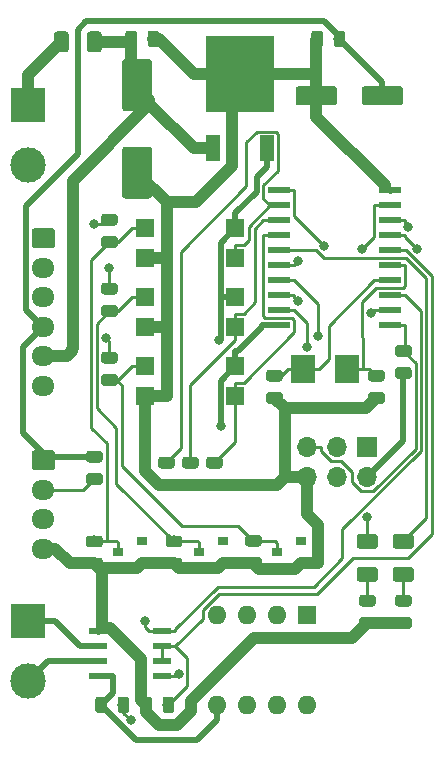
<source format=gbr>
G04 #@! TF.GenerationSoftware,KiCad,Pcbnew,5.1.4+dfsg1-1~bpo10+1*
G04 #@! TF.CreationDate,2019-10-25T23:34:54+10:00*
G04 #@! TF.ProjectId,interface,696e7465-7266-4616-9365-2e6b69636164,rev?*
G04 #@! TF.SameCoordinates,Original*
G04 #@! TF.FileFunction,Copper,L1,Top*
G04 #@! TF.FilePolarity,Positive*
%FSLAX46Y46*%
G04 Gerber Fmt 4.6, Leading zero omitted, Abs format (unit mm)*
G04 Created by KiCad (PCBNEW 5.1.4+dfsg1-1~bpo10+1) date 2019-10-25 23:34:54*
%MOMM*%
%LPD*%
G04 APERTURE LIST*
%ADD10C,0.100000*%
%ADD11C,2.500000*%
%ADD12R,2.000000X2.400000*%
%ADD13C,0.975000*%
%ADD14R,1.600000X1.600000*%
%ADD15C,1.600000*%
%ADD16C,1.250000*%
%ADD17R,0.900000X0.800000*%
%ADD18O,1.600000X1.600000*%
%ADD19R,1.550000X0.600000*%
%ADD20R,3.000000X3.000000*%
%ADD21C,3.000000*%
%ADD22R,1.950000X0.600000*%
%ADD23C,1.700000*%
%ADD24O,1.950000X1.700000*%
%ADD25R,1.700000X1.700000*%
%ADD26O,1.700000X1.700000*%
%ADD27R,1.200000X2.200000*%
%ADD28R,5.800000X6.400000*%
%ADD29C,0.800000*%
%ADD30C,1.000000*%
%ADD31C,0.599800*%
%ADD32C,0.250000*%
%ADD33C,0.500000*%
G04 APERTURE END LIST*
D10*
G36*
X110054504Y-64874204D02*
G01*
X110078773Y-64877804D01*
X110102571Y-64883765D01*
X110125671Y-64892030D01*
X110147849Y-64902520D01*
X110168893Y-64915133D01*
X110188598Y-64929747D01*
X110206777Y-64946223D01*
X110223253Y-64964402D01*
X110237867Y-64984107D01*
X110250480Y-65005151D01*
X110260970Y-65027329D01*
X110269235Y-65050429D01*
X110275196Y-65074227D01*
X110278796Y-65098496D01*
X110280000Y-65123000D01*
X110280000Y-69023000D01*
X110278796Y-69047504D01*
X110275196Y-69071773D01*
X110269235Y-69095571D01*
X110260970Y-69118671D01*
X110250480Y-69140849D01*
X110237867Y-69161893D01*
X110223253Y-69181598D01*
X110206777Y-69199777D01*
X110188598Y-69216253D01*
X110168893Y-69230867D01*
X110147849Y-69243480D01*
X110125671Y-69253970D01*
X110102571Y-69262235D01*
X110078773Y-69268196D01*
X110054504Y-69271796D01*
X110030000Y-69273000D01*
X108030000Y-69273000D01*
X108005496Y-69271796D01*
X107981227Y-69268196D01*
X107957429Y-69262235D01*
X107934329Y-69253970D01*
X107912151Y-69243480D01*
X107891107Y-69230867D01*
X107871402Y-69216253D01*
X107853223Y-69199777D01*
X107836747Y-69181598D01*
X107822133Y-69161893D01*
X107809520Y-69140849D01*
X107799030Y-69118671D01*
X107790765Y-69095571D01*
X107784804Y-69071773D01*
X107781204Y-69047504D01*
X107780000Y-69023000D01*
X107780000Y-65123000D01*
X107781204Y-65098496D01*
X107784804Y-65074227D01*
X107790765Y-65050429D01*
X107799030Y-65027329D01*
X107809520Y-65005151D01*
X107822133Y-64984107D01*
X107836747Y-64964402D01*
X107853223Y-64946223D01*
X107871402Y-64929747D01*
X107891107Y-64915133D01*
X107912151Y-64902520D01*
X107934329Y-64892030D01*
X107957429Y-64883765D01*
X107981227Y-64877804D01*
X108005496Y-64874204D01*
X108030000Y-64873000D01*
X110030000Y-64873000D01*
X110054504Y-64874204D01*
X110054504Y-64874204D01*
G37*
D11*
X109030000Y-67073000D03*
D10*
G36*
X110054504Y-57474204D02*
G01*
X110078773Y-57477804D01*
X110102571Y-57483765D01*
X110125671Y-57492030D01*
X110147849Y-57502520D01*
X110168893Y-57515133D01*
X110188598Y-57529747D01*
X110206777Y-57546223D01*
X110223253Y-57564402D01*
X110237867Y-57584107D01*
X110250480Y-57605151D01*
X110260970Y-57627329D01*
X110269235Y-57650429D01*
X110275196Y-57674227D01*
X110278796Y-57698496D01*
X110280000Y-57723000D01*
X110280000Y-61623000D01*
X110278796Y-61647504D01*
X110275196Y-61671773D01*
X110269235Y-61695571D01*
X110260970Y-61718671D01*
X110250480Y-61740849D01*
X110237867Y-61761893D01*
X110223253Y-61781598D01*
X110206777Y-61799777D01*
X110188598Y-61816253D01*
X110168893Y-61830867D01*
X110147849Y-61843480D01*
X110125671Y-61853970D01*
X110102571Y-61862235D01*
X110078773Y-61868196D01*
X110054504Y-61871796D01*
X110030000Y-61873000D01*
X108030000Y-61873000D01*
X108005496Y-61871796D01*
X107981227Y-61868196D01*
X107957429Y-61862235D01*
X107934329Y-61853970D01*
X107912151Y-61843480D01*
X107891107Y-61830867D01*
X107871402Y-61816253D01*
X107853223Y-61799777D01*
X107836747Y-61781598D01*
X107822133Y-61761893D01*
X107809520Y-61740849D01*
X107799030Y-61718671D01*
X107790765Y-61695571D01*
X107784804Y-61671773D01*
X107781204Y-61647504D01*
X107780000Y-61623000D01*
X107780000Y-57723000D01*
X107781204Y-57698496D01*
X107784804Y-57674227D01*
X107790765Y-57650429D01*
X107799030Y-57627329D01*
X107809520Y-57605151D01*
X107822133Y-57584107D01*
X107836747Y-57564402D01*
X107853223Y-57546223D01*
X107871402Y-57529747D01*
X107891107Y-57515133D01*
X107912151Y-57502520D01*
X107934329Y-57492030D01*
X107957429Y-57483765D01*
X107981227Y-57477804D01*
X108005496Y-57474204D01*
X108030000Y-57473000D01*
X110030000Y-57473000D01*
X110054504Y-57474204D01*
X110054504Y-57474204D01*
G37*
D11*
X109030000Y-59673000D03*
D12*
X123118000Y-83693000D03*
X126818000Y-83693000D03*
D10*
G36*
X114018142Y-93034174D02*
G01*
X114041803Y-93037684D01*
X114065007Y-93043496D01*
X114087529Y-93051554D01*
X114109153Y-93061782D01*
X114129670Y-93074079D01*
X114148883Y-93088329D01*
X114166607Y-93104393D01*
X114182671Y-93122117D01*
X114196921Y-93141330D01*
X114209218Y-93161847D01*
X114219446Y-93183471D01*
X114227504Y-93205993D01*
X114233316Y-93229197D01*
X114236826Y-93252858D01*
X114238000Y-93276750D01*
X114238000Y-93764250D01*
X114236826Y-93788142D01*
X114233316Y-93811803D01*
X114227504Y-93835007D01*
X114219446Y-93857529D01*
X114209218Y-93879153D01*
X114196921Y-93899670D01*
X114182671Y-93918883D01*
X114166607Y-93936607D01*
X114148883Y-93952671D01*
X114129670Y-93966921D01*
X114109153Y-93979218D01*
X114087529Y-93989446D01*
X114065007Y-93997504D01*
X114041803Y-94003316D01*
X114018142Y-94006826D01*
X113994250Y-94008000D01*
X113081750Y-94008000D01*
X113057858Y-94006826D01*
X113034197Y-94003316D01*
X113010993Y-93997504D01*
X112988471Y-93989446D01*
X112966847Y-93979218D01*
X112946330Y-93966921D01*
X112927117Y-93952671D01*
X112909393Y-93936607D01*
X112893329Y-93918883D01*
X112879079Y-93899670D01*
X112866782Y-93879153D01*
X112856554Y-93857529D01*
X112848496Y-93835007D01*
X112842684Y-93811803D01*
X112839174Y-93788142D01*
X112838000Y-93764250D01*
X112838000Y-93276750D01*
X112839174Y-93252858D01*
X112842684Y-93229197D01*
X112848496Y-93205993D01*
X112856554Y-93183471D01*
X112866782Y-93161847D01*
X112879079Y-93141330D01*
X112893329Y-93122117D01*
X112909393Y-93104393D01*
X112927117Y-93088329D01*
X112946330Y-93074079D01*
X112966847Y-93061782D01*
X112988471Y-93051554D01*
X113010993Y-93043496D01*
X113034197Y-93037684D01*
X113057858Y-93034174D01*
X113081750Y-93033000D01*
X113994250Y-93033000D01*
X114018142Y-93034174D01*
X114018142Y-93034174D01*
G37*
D13*
X113538000Y-93520500D03*
D10*
G36*
X114018142Y-91159174D02*
G01*
X114041803Y-91162684D01*
X114065007Y-91168496D01*
X114087529Y-91176554D01*
X114109153Y-91186782D01*
X114129670Y-91199079D01*
X114148883Y-91213329D01*
X114166607Y-91229393D01*
X114182671Y-91247117D01*
X114196921Y-91266330D01*
X114209218Y-91286847D01*
X114219446Y-91308471D01*
X114227504Y-91330993D01*
X114233316Y-91354197D01*
X114236826Y-91377858D01*
X114238000Y-91401750D01*
X114238000Y-91889250D01*
X114236826Y-91913142D01*
X114233316Y-91936803D01*
X114227504Y-91960007D01*
X114219446Y-91982529D01*
X114209218Y-92004153D01*
X114196921Y-92024670D01*
X114182671Y-92043883D01*
X114166607Y-92061607D01*
X114148883Y-92077671D01*
X114129670Y-92091921D01*
X114109153Y-92104218D01*
X114087529Y-92114446D01*
X114065007Y-92122504D01*
X114041803Y-92128316D01*
X114018142Y-92131826D01*
X113994250Y-92133000D01*
X113081750Y-92133000D01*
X113057858Y-92131826D01*
X113034197Y-92128316D01*
X113010993Y-92122504D01*
X112988471Y-92114446D01*
X112966847Y-92104218D01*
X112946330Y-92091921D01*
X112927117Y-92077671D01*
X112909393Y-92061607D01*
X112893329Y-92043883D01*
X112879079Y-92024670D01*
X112866782Y-92004153D01*
X112856554Y-91982529D01*
X112848496Y-91960007D01*
X112842684Y-91936803D01*
X112839174Y-91913142D01*
X112838000Y-91889250D01*
X112838000Y-91401750D01*
X112839174Y-91377858D01*
X112842684Y-91354197D01*
X112848496Y-91330993D01*
X112856554Y-91308471D01*
X112866782Y-91286847D01*
X112879079Y-91266330D01*
X112893329Y-91247117D01*
X112909393Y-91229393D01*
X112927117Y-91213329D01*
X112946330Y-91199079D01*
X112966847Y-91186782D01*
X112988471Y-91176554D01*
X113010993Y-91168496D01*
X113034197Y-91162684D01*
X113057858Y-91159174D01*
X113081750Y-91158000D01*
X113994250Y-91158000D01*
X114018142Y-91159174D01*
X114018142Y-91159174D01*
G37*
D13*
X113538000Y-91645500D03*
D10*
G36*
X111986142Y-93034174D02*
G01*
X112009803Y-93037684D01*
X112033007Y-93043496D01*
X112055529Y-93051554D01*
X112077153Y-93061782D01*
X112097670Y-93074079D01*
X112116883Y-93088329D01*
X112134607Y-93104393D01*
X112150671Y-93122117D01*
X112164921Y-93141330D01*
X112177218Y-93161847D01*
X112187446Y-93183471D01*
X112195504Y-93205993D01*
X112201316Y-93229197D01*
X112204826Y-93252858D01*
X112206000Y-93276750D01*
X112206000Y-93764250D01*
X112204826Y-93788142D01*
X112201316Y-93811803D01*
X112195504Y-93835007D01*
X112187446Y-93857529D01*
X112177218Y-93879153D01*
X112164921Y-93899670D01*
X112150671Y-93918883D01*
X112134607Y-93936607D01*
X112116883Y-93952671D01*
X112097670Y-93966921D01*
X112077153Y-93979218D01*
X112055529Y-93989446D01*
X112033007Y-93997504D01*
X112009803Y-94003316D01*
X111986142Y-94006826D01*
X111962250Y-94008000D01*
X111049750Y-94008000D01*
X111025858Y-94006826D01*
X111002197Y-94003316D01*
X110978993Y-93997504D01*
X110956471Y-93989446D01*
X110934847Y-93979218D01*
X110914330Y-93966921D01*
X110895117Y-93952671D01*
X110877393Y-93936607D01*
X110861329Y-93918883D01*
X110847079Y-93899670D01*
X110834782Y-93879153D01*
X110824554Y-93857529D01*
X110816496Y-93835007D01*
X110810684Y-93811803D01*
X110807174Y-93788142D01*
X110806000Y-93764250D01*
X110806000Y-93276750D01*
X110807174Y-93252858D01*
X110810684Y-93229197D01*
X110816496Y-93205993D01*
X110824554Y-93183471D01*
X110834782Y-93161847D01*
X110847079Y-93141330D01*
X110861329Y-93122117D01*
X110877393Y-93104393D01*
X110895117Y-93088329D01*
X110914330Y-93074079D01*
X110934847Y-93061782D01*
X110956471Y-93051554D01*
X110978993Y-93043496D01*
X111002197Y-93037684D01*
X111025858Y-93034174D01*
X111049750Y-93033000D01*
X111962250Y-93033000D01*
X111986142Y-93034174D01*
X111986142Y-93034174D01*
G37*
D13*
X111506000Y-93520500D03*
D10*
G36*
X111986142Y-91159174D02*
G01*
X112009803Y-91162684D01*
X112033007Y-91168496D01*
X112055529Y-91176554D01*
X112077153Y-91186782D01*
X112097670Y-91199079D01*
X112116883Y-91213329D01*
X112134607Y-91229393D01*
X112150671Y-91247117D01*
X112164921Y-91266330D01*
X112177218Y-91286847D01*
X112187446Y-91308471D01*
X112195504Y-91330993D01*
X112201316Y-91354197D01*
X112204826Y-91377858D01*
X112206000Y-91401750D01*
X112206000Y-91889250D01*
X112204826Y-91913142D01*
X112201316Y-91936803D01*
X112195504Y-91960007D01*
X112187446Y-91982529D01*
X112177218Y-92004153D01*
X112164921Y-92024670D01*
X112150671Y-92043883D01*
X112134607Y-92061607D01*
X112116883Y-92077671D01*
X112097670Y-92091921D01*
X112077153Y-92104218D01*
X112055529Y-92114446D01*
X112033007Y-92122504D01*
X112009803Y-92128316D01*
X111986142Y-92131826D01*
X111962250Y-92133000D01*
X111049750Y-92133000D01*
X111025858Y-92131826D01*
X111002197Y-92128316D01*
X110978993Y-92122504D01*
X110956471Y-92114446D01*
X110934847Y-92104218D01*
X110914330Y-92091921D01*
X110895117Y-92077671D01*
X110877393Y-92061607D01*
X110861329Y-92043883D01*
X110847079Y-92024670D01*
X110834782Y-92004153D01*
X110824554Y-91982529D01*
X110816496Y-91960007D01*
X110810684Y-91936803D01*
X110807174Y-91913142D01*
X110806000Y-91889250D01*
X110806000Y-91401750D01*
X110807174Y-91377858D01*
X110810684Y-91354197D01*
X110816496Y-91330993D01*
X110824554Y-91308471D01*
X110834782Y-91286847D01*
X110847079Y-91266330D01*
X110861329Y-91247117D01*
X110877393Y-91229393D01*
X110895117Y-91213329D01*
X110914330Y-91199079D01*
X110934847Y-91186782D01*
X110956471Y-91176554D01*
X110978993Y-91168496D01*
X111002197Y-91162684D01*
X111025858Y-91159174D01*
X111049750Y-91158000D01*
X111962250Y-91158000D01*
X111986142Y-91159174D01*
X111986142Y-91159174D01*
G37*
D13*
X111506000Y-91645500D03*
D10*
G36*
X116050142Y-93034174D02*
G01*
X116073803Y-93037684D01*
X116097007Y-93043496D01*
X116119529Y-93051554D01*
X116141153Y-93061782D01*
X116161670Y-93074079D01*
X116180883Y-93088329D01*
X116198607Y-93104393D01*
X116214671Y-93122117D01*
X116228921Y-93141330D01*
X116241218Y-93161847D01*
X116251446Y-93183471D01*
X116259504Y-93205993D01*
X116265316Y-93229197D01*
X116268826Y-93252858D01*
X116270000Y-93276750D01*
X116270000Y-93764250D01*
X116268826Y-93788142D01*
X116265316Y-93811803D01*
X116259504Y-93835007D01*
X116251446Y-93857529D01*
X116241218Y-93879153D01*
X116228921Y-93899670D01*
X116214671Y-93918883D01*
X116198607Y-93936607D01*
X116180883Y-93952671D01*
X116161670Y-93966921D01*
X116141153Y-93979218D01*
X116119529Y-93989446D01*
X116097007Y-93997504D01*
X116073803Y-94003316D01*
X116050142Y-94006826D01*
X116026250Y-94008000D01*
X115113750Y-94008000D01*
X115089858Y-94006826D01*
X115066197Y-94003316D01*
X115042993Y-93997504D01*
X115020471Y-93989446D01*
X114998847Y-93979218D01*
X114978330Y-93966921D01*
X114959117Y-93952671D01*
X114941393Y-93936607D01*
X114925329Y-93918883D01*
X114911079Y-93899670D01*
X114898782Y-93879153D01*
X114888554Y-93857529D01*
X114880496Y-93835007D01*
X114874684Y-93811803D01*
X114871174Y-93788142D01*
X114870000Y-93764250D01*
X114870000Y-93276750D01*
X114871174Y-93252858D01*
X114874684Y-93229197D01*
X114880496Y-93205993D01*
X114888554Y-93183471D01*
X114898782Y-93161847D01*
X114911079Y-93141330D01*
X114925329Y-93122117D01*
X114941393Y-93104393D01*
X114959117Y-93088329D01*
X114978330Y-93074079D01*
X114998847Y-93061782D01*
X115020471Y-93051554D01*
X115042993Y-93043496D01*
X115066197Y-93037684D01*
X115089858Y-93034174D01*
X115113750Y-93033000D01*
X116026250Y-93033000D01*
X116050142Y-93034174D01*
X116050142Y-93034174D01*
G37*
D13*
X115570000Y-93520500D03*
D10*
G36*
X116050142Y-91159174D02*
G01*
X116073803Y-91162684D01*
X116097007Y-91168496D01*
X116119529Y-91176554D01*
X116141153Y-91186782D01*
X116161670Y-91199079D01*
X116180883Y-91213329D01*
X116198607Y-91229393D01*
X116214671Y-91247117D01*
X116228921Y-91266330D01*
X116241218Y-91286847D01*
X116251446Y-91308471D01*
X116259504Y-91330993D01*
X116265316Y-91354197D01*
X116268826Y-91377858D01*
X116270000Y-91401750D01*
X116270000Y-91889250D01*
X116268826Y-91913142D01*
X116265316Y-91936803D01*
X116259504Y-91960007D01*
X116251446Y-91982529D01*
X116241218Y-92004153D01*
X116228921Y-92024670D01*
X116214671Y-92043883D01*
X116198607Y-92061607D01*
X116180883Y-92077671D01*
X116161670Y-92091921D01*
X116141153Y-92104218D01*
X116119529Y-92114446D01*
X116097007Y-92122504D01*
X116073803Y-92128316D01*
X116050142Y-92131826D01*
X116026250Y-92133000D01*
X115113750Y-92133000D01*
X115089858Y-92131826D01*
X115066197Y-92128316D01*
X115042993Y-92122504D01*
X115020471Y-92114446D01*
X114998847Y-92104218D01*
X114978330Y-92091921D01*
X114959117Y-92077671D01*
X114941393Y-92061607D01*
X114925329Y-92043883D01*
X114911079Y-92024670D01*
X114898782Y-92004153D01*
X114888554Y-91982529D01*
X114880496Y-91960007D01*
X114874684Y-91936803D01*
X114871174Y-91913142D01*
X114870000Y-91889250D01*
X114870000Y-91401750D01*
X114871174Y-91377858D01*
X114874684Y-91354197D01*
X114880496Y-91330993D01*
X114888554Y-91308471D01*
X114898782Y-91286847D01*
X114911079Y-91266330D01*
X114925329Y-91247117D01*
X114941393Y-91229393D01*
X114959117Y-91213329D01*
X114978330Y-91199079D01*
X114998847Y-91186782D01*
X115020471Y-91176554D01*
X115042993Y-91168496D01*
X115066197Y-91162684D01*
X115089858Y-91159174D01*
X115113750Y-91158000D01*
X116026250Y-91158000D01*
X116050142Y-91159174D01*
X116050142Y-91159174D01*
G37*
D13*
X115570000Y-91645500D03*
D14*
X117348000Y-83439000D03*
X109728000Y-85979000D03*
X117348000Y-85979000D03*
X109728000Y-83439000D03*
X117348000Y-77597000D03*
X109728000Y-80137000D03*
X117348000Y-80137000D03*
X109728000Y-77597000D03*
X117348000Y-71755000D03*
X109728000Y-74295000D03*
X117348000Y-74295000D03*
X109728000Y-71755000D03*
D10*
G36*
X125724504Y-59780204D02*
G01*
X125748773Y-59783804D01*
X125772571Y-59789765D01*
X125795671Y-59798030D01*
X125817849Y-59808520D01*
X125838893Y-59821133D01*
X125858598Y-59835747D01*
X125876777Y-59852223D01*
X125893253Y-59870402D01*
X125907867Y-59890107D01*
X125920480Y-59911151D01*
X125930970Y-59933329D01*
X125939235Y-59956429D01*
X125945196Y-59980227D01*
X125948796Y-60004496D01*
X125950000Y-60029000D01*
X125950000Y-61129000D01*
X125948796Y-61153504D01*
X125945196Y-61177773D01*
X125939235Y-61201571D01*
X125930970Y-61224671D01*
X125920480Y-61246849D01*
X125907867Y-61267893D01*
X125893253Y-61287598D01*
X125876777Y-61305777D01*
X125858598Y-61322253D01*
X125838893Y-61336867D01*
X125817849Y-61349480D01*
X125795671Y-61359970D01*
X125772571Y-61368235D01*
X125748773Y-61374196D01*
X125724504Y-61377796D01*
X125700000Y-61379000D01*
X122700000Y-61379000D01*
X122675496Y-61377796D01*
X122651227Y-61374196D01*
X122627429Y-61368235D01*
X122604329Y-61359970D01*
X122582151Y-61349480D01*
X122561107Y-61336867D01*
X122541402Y-61322253D01*
X122523223Y-61305777D01*
X122506747Y-61287598D01*
X122492133Y-61267893D01*
X122479520Y-61246849D01*
X122469030Y-61224671D01*
X122460765Y-61201571D01*
X122454804Y-61177773D01*
X122451204Y-61153504D01*
X122450000Y-61129000D01*
X122450000Y-60029000D01*
X122451204Y-60004496D01*
X122454804Y-59980227D01*
X122460765Y-59956429D01*
X122469030Y-59933329D01*
X122479520Y-59911151D01*
X122492133Y-59890107D01*
X122506747Y-59870402D01*
X122523223Y-59852223D01*
X122541402Y-59835747D01*
X122561107Y-59821133D01*
X122582151Y-59808520D01*
X122604329Y-59798030D01*
X122627429Y-59789765D01*
X122651227Y-59783804D01*
X122675496Y-59780204D01*
X122700000Y-59779000D01*
X125700000Y-59779000D01*
X125724504Y-59780204D01*
X125724504Y-59780204D01*
G37*
D15*
X124200000Y-60579000D03*
D10*
G36*
X131324504Y-59780204D02*
G01*
X131348773Y-59783804D01*
X131372571Y-59789765D01*
X131395671Y-59798030D01*
X131417849Y-59808520D01*
X131438893Y-59821133D01*
X131458598Y-59835747D01*
X131476777Y-59852223D01*
X131493253Y-59870402D01*
X131507867Y-59890107D01*
X131520480Y-59911151D01*
X131530970Y-59933329D01*
X131539235Y-59956429D01*
X131545196Y-59980227D01*
X131548796Y-60004496D01*
X131550000Y-60029000D01*
X131550000Y-61129000D01*
X131548796Y-61153504D01*
X131545196Y-61177773D01*
X131539235Y-61201571D01*
X131530970Y-61224671D01*
X131520480Y-61246849D01*
X131507867Y-61267893D01*
X131493253Y-61287598D01*
X131476777Y-61305777D01*
X131458598Y-61322253D01*
X131438893Y-61336867D01*
X131417849Y-61349480D01*
X131395671Y-61359970D01*
X131372571Y-61368235D01*
X131348773Y-61374196D01*
X131324504Y-61377796D01*
X131300000Y-61379000D01*
X128300000Y-61379000D01*
X128275496Y-61377796D01*
X128251227Y-61374196D01*
X128227429Y-61368235D01*
X128204329Y-61359970D01*
X128182151Y-61349480D01*
X128161107Y-61336867D01*
X128141402Y-61322253D01*
X128123223Y-61305777D01*
X128106747Y-61287598D01*
X128092133Y-61267893D01*
X128079520Y-61246849D01*
X128069030Y-61224671D01*
X128060765Y-61201571D01*
X128054804Y-61177773D01*
X128051204Y-61153504D01*
X128050000Y-61129000D01*
X128050000Y-60029000D01*
X128051204Y-60004496D01*
X128054804Y-59980227D01*
X128060765Y-59956429D01*
X128069030Y-59933329D01*
X128079520Y-59911151D01*
X128092133Y-59890107D01*
X128106747Y-59870402D01*
X128123223Y-59852223D01*
X128141402Y-59835747D01*
X128161107Y-59821133D01*
X128182151Y-59808520D01*
X128204329Y-59798030D01*
X128227429Y-59789765D01*
X128251227Y-59783804D01*
X128275496Y-59780204D01*
X128300000Y-59779000D01*
X131300000Y-59779000D01*
X131324504Y-59780204D01*
X131324504Y-59780204D01*
G37*
D15*
X129800000Y-60579000D03*
D10*
G36*
X132221504Y-97671204D02*
G01*
X132245773Y-97674804D01*
X132269571Y-97680765D01*
X132292671Y-97689030D01*
X132314849Y-97699520D01*
X132335893Y-97712133D01*
X132355598Y-97726747D01*
X132373777Y-97743223D01*
X132390253Y-97761402D01*
X132404867Y-97781107D01*
X132417480Y-97802151D01*
X132427970Y-97824329D01*
X132436235Y-97847429D01*
X132442196Y-97871227D01*
X132445796Y-97895496D01*
X132447000Y-97920000D01*
X132447000Y-98670000D01*
X132445796Y-98694504D01*
X132442196Y-98718773D01*
X132436235Y-98742571D01*
X132427970Y-98765671D01*
X132417480Y-98787849D01*
X132404867Y-98808893D01*
X132390253Y-98828598D01*
X132373777Y-98846777D01*
X132355598Y-98863253D01*
X132335893Y-98877867D01*
X132314849Y-98890480D01*
X132292671Y-98900970D01*
X132269571Y-98909235D01*
X132245773Y-98915196D01*
X132221504Y-98918796D01*
X132197000Y-98920000D01*
X130947000Y-98920000D01*
X130922496Y-98918796D01*
X130898227Y-98915196D01*
X130874429Y-98909235D01*
X130851329Y-98900970D01*
X130829151Y-98890480D01*
X130808107Y-98877867D01*
X130788402Y-98863253D01*
X130770223Y-98846777D01*
X130753747Y-98828598D01*
X130739133Y-98808893D01*
X130726520Y-98787849D01*
X130716030Y-98765671D01*
X130707765Y-98742571D01*
X130701804Y-98718773D01*
X130698204Y-98694504D01*
X130697000Y-98670000D01*
X130697000Y-97920000D01*
X130698204Y-97895496D01*
X130701804Y-97871227D01*
X130707765Y-97847429D01*
X130716030Y-97824329D01*
X130726520Y-97802151D01*
X130739133Y-97781107D01*
X130753747Y-97761402D01*
X130770223Y-97743223D01*
X130788402Y-97726747D01*
X130808107Y-97712133D01*
X130829151Y-97699520D01*
X130851329Y-97689030D01*
X130874429Y-97680765D01*
X130898227Y-97674804D01*
X130922496Y-97671204D01*
X130947000Y-97670000D01*
X132197000Y-97670000D01*
X132221504Y-97671204D01*
X132221504Y-97671204D01*
G37*
D16*
X131572000Y-98295000D03*
D10*
G36*
X132221504Y-100471204D02*
G01*
X132245773Y-100474804D01*
X132269571Y-100480765D01*
X132292671Y-100489030D01*
X132314849Y-100499520D01*
X132335893Y-100512133D01*
X132355598Y-100526747D01*
X132373777Y-100543223D01*
X132390253Y-100561402D01*
X132404867Y-100581107D01*
X132417480Y-100602151D01*
X132427970Y-100624329D01*
X132436235Y-100647429D01*
X132442196Y-100671227D01*
X132445796Y-100695496D01*
X132447000Y-100720000D01*
X132447000Y-101470000D01*
X132445796Y-101494504D01*
X132442196Y-101518773D01*
X132436235Y-101542571D01*
X132427970Y-101565671D01*
X132417480Y-101587849D01*
X132404867Y-101608893D01*
X132390253Y-101628598D01*
X132373777Y-101646777D01*
X132355598Y-101663253D01*
X132335893Y-101677867D01*
X132314849Y-101690480D01*
X132292671Y-101700970D01*
X132269571Y-101709235D01*
X132245773Y-101715196D01*
X132221504Y-101718796D01*
X132197000Y-101720000D01*
X130947000Y-101720000D01*
X130922496Y-101718796D01*
X130898227Y-101715196D01*
X130874429Y-101709235D01*
X130851329Y-101700970D01*
X130829151Y-101690480D01*
X130808107Y-101677867D01*
X130788402Y-101663253D01*
X130770223Y-101646777D01*
X130753747Y-101628598D01*
X130739133Y-101608893D01*
X130726520Y-101587849D01*
X130716030Y-101565671D01*
X130707765Y-101542571D01*
X130701804Y-101518773D01*
X130698204Y-101494504D01*
X130697000Y-101470000D01*
X130697000Y-100720000D01*
X130698204Y-100695496D01*
X130701804Y-100671227D01*
X130707765Y-100647429D01*
X130716030Y-100624329D01*
X130726520Y-100602151D01*
X130739133Y-100581107D01*
X130753747Y-100561402D01*
X130770223Y-100543223D01*
X130788402Y-100526747D01*
X130808107Y-100512133D01*
X130829151Y-100499520D01*
X130851329Y-100489030D01*
X130874429Y-100480765D01*
X130898227Y-100474804D01*
X130922496Y-100471204D01*
X130947000Y-100470000D01*
X132197000Y-100470000D01*
X132221504Y-100471204D01*
X132221504Y-100471204D01*
G37*
D16*
X131572000Y-101095000D03*
D10*
G36*
X129173504Y-97671204D02*
G01*
X129197773Y-97674804D01*
X129221571Y-97680765D01*
X129244671Y-97689030D01*
X129266849Y-97699520D01*
X129287893Y-97712133D01*
X129307598Y-97726747D01*
X129325777Y-97743223D01*
X129342253Y-97761402D01*
X129356867Y-97781107D01*
X129369480Y-97802151D01*
X129379970Y-97824329D01*
X129388235Y-97847429D01*
X129394196Y-97871227D01*
X129397796Y-97895496D01*
X129399000Y-97920000D01*
X129399000Y-98670000D01*
X129397796Y-98694504D01*
X129394196Y-98718773D01*
X129388235Y-98742571D01*
X129379970Y-98765671D01*
X129369480Y-98787849D01*
X129356867Y-98808893D01*
X129342253Y-98828598D01*
X129325777Y-98846777D01*
X129307598Y-98863253D01*
X129287893Y-98877867D01*
X129266849Y-98890480D01*
X129244671Y-98900970D01*
X129221571Y-98909235D01*
X129197773Y-98915196D01*
X129173504Y-98918796D01*
X129149000Y-98920000D01*
X127899000Y-98920000D01*
X127874496Y-98918796D01*
X127850227Y-98915196D01*
X127826429Y-98909235D01*
X127803329Y-98900970D01*
X127781151Y-98890480D01*
X127760107Y-98877867D01*
X127740402Y-98863253D01*
X127722223Y-98846777D01*
X127705747Y-98828598D01*
X127691133Y-98808893D01*
X127678520Y-98787849D01*
X127668030Y-98765671D01*
X127659765Y-98742571D01*
X127653804Y-98718773D01*
X127650204Y-98694504D01*
X127649000Y-98670000D01*
X127649000Y-97920000D01*
X127650204Y-97895496D01*
X127653804Y-97871227D01*
X127659765Y-97847429D01*
X127668030Y-97824329D01*
X127678520Y-97802151D01*
X127691133Y-97781107D01*
X127705747Y-97761402D01*
X127722223Y-97743223D01*
X127740402Y-97726747D01*
X127760107Y-97712133D01*
X127781151Y-97699520D01*
X127803329Y-97689030D01*
X127826429Y-97680765D01*
X127850227Y-97674804D01*
X127874496Y-97671204D01*
X127899000Y-97670000D01*
X129149000Y-97670000D01*
X129173504Y-97671204D01*
X129173504Y-97671204D01*
G37*
D16*
X128524000Y-98295000D03*
D10*
G36*
X129173504Y-100471204D02*
G01*
X129197773Y-100474804D01*
X129221571Y-100480765D01*
X129244671Y-100489030D01*
X129266849Y-100499520D01*
X129287893Y-100512133D01*
X129307598Y-100526747D01*
X129325777Y-100543223D01*
X129342253Y-100561402D01*
X129356867Y-100581107D01*
X129369480Y-100602151D01*
X129379970Y-100624329D01*
X129388235Y-100647429D01*
X129394196Y-100671227D01*
X129397796Y-100695496D01*
X129399000Y-100720000D01*
X129399000Y-101470000D01*
X129397796Y-101494504D01*
X129394196Y-101518773D01*
X129388235Y-101542571D01*
X129379970Y-101565671D01*
X129369480Y-101587849D01*
X129356867Y-101608893D01*
X129342253Y-101628598D01*
X129325777Y-101646777D01*
X129307598Y-101663253D01*
X129287893Y-101677867D01*
X129266849Y-101690480D01*
X129244671Y-101700970D01*
X129221571Y-101709235D01*
X129197773Y-101715196D01*
X129173504Y-101718796D01*
X129149000Y-101720000D01*
X127899000Y-101720000D01*
X127874496Y-101718796D01*
X127850227Y-101715196D01*
X127826429Y-101709235D01*
X127803329Y-101700970D01*
X127781151Y-101690480D01*
X127760107Y-101677867D01*
X127740402Y-101663253D01*
X127722223Y-101646777D01*
X127705747Y-101628598D01*
X127691133Y-101608893D01*
X127678520Y-101587849D01*
X127668030Y-101565671D01*
X127659765Y-101542571D01*
X127653804Y-101518773D01*
X127650204Y-101494504D01*
X127649000Y-101470000D01*
X127649000Y-100720000D01*
X127650204Y-100695496D01*
X127653804Y-100671227D01*
X127659765Y-100647429D01*
X127668030Y-100624329D01*
X127678520Y-100602151D01*
X127691133Y-100581107D01*
X127705747Y-100561402D01*
X127722223Y-100543223D01*
X127740402Y-100526747D01*
X127760107Y-100512133D01*
X127781151Y-100499520D01*
X127803329Y-100489030D01*
X127826429Y-100480765D01*
X127850227Y-100474804D01*
X127874496Y-100471204D01*
X127899000Y-100470000D01*
X129149000Y-100470000D01*
X129173504Y-100471204D01*
X129173504Y-100471204D01*
G37*
D16*
X128524000Y-101095000D03*
D17*
X107458000Y-99187000D03*
X109458000Y-98237000D03*
X109458000Y-100137000D03*
X114316000Y-99184000D03*
X116316000Y-98234000D03*
X116316000Y-100134000D03*
X120920000Y-99187000D03*
X122920000Y-98237000D03*
X122920000Y-100137000D03*
D10*
G36*
X105890142Y-92526174D02*
G01*
X105913803Y-92529684D01*
X105937007Y-92535496D01*
X105959529Y-92543554D01*
X105981153Y-92553782D01*
X106001670Y-92566079D01*
X106020883Y-92580329D01*
X106038607Y-92596393D01*
X106054671Y-92614117D01*
X106068921Y-92633330D01*
X106081218Y-92653847D01*
X106091446Y-92675471D01*
X106099504Y-92697993D01*
X106105316Y-92721197D01*
X106108826Y-92744858D01*
X106110000Y-92768750D01*
X106110000Y-93256250D01*
X106108826Y-93280142D01*
X106105316Y-93303803D01*
X106099504Y-93327007D01*
X106091446Y-93349529D01*
X106081218Y-93371153D01*
X106068921Y-93391670D01*
X106054671Y-93410883D01*
X106038607Y-93428607D01*
X106020883Y-93444671D01*
X106001670Y-93458921D01*
X105981153Y-93471218D01*
X105959529Y-93481446D01*
X105937007Y-93489504D01*
X105913803Y-93495316D01*
X105890142Y-93498826D01*
X105866250Y-93500000D01*
X104953750Y-93500000D01*
X104929858Y-93498826D01*
X104906197Y-93495316D01*
X104882993Y-93489504D01*
X104860471Y-93481446D01*
X104838847Y-93471218D01*
X104818330Y-93458921D01*
X104799117Y-93444671D01*
X104781393Y-93428607D01*
X104765329Y-93410883D01*
X104751079Y-93391670D01*
X104738782Y-93371153D01*
X104728554Y-93349529D01*
X104720496Y-93327007D01*
X104714684Y-93303803D01*
X104711174Y-93280142D01*
X104710000Y-93256250D01*
X104710000Y-92768750D01*
X104711174Y-92744858D01*
X104714684Y-92721197D01*
X104720496Y-92697993D01*
X104728554Y-92675471D01*
X104738782Y-92653847D01*
X104751079Y-92633330D01*
X104765329Y-92614117D01*
X104781393Y-92596393D01*
X104799117Y-92580329D01*
X104818330Y-92566079D01*
X104838847Y-92553782D01*
X104860471Y-92543554D01*
X104882993Y-92535496D01*
X104906197Y-92529684D01*
X104929858Y-92526174D01*
X104953750Y-92525000D01*
X105866250Y-92525000D01*
X105890142Y-92526174D01*
X105890142Y-92526174D01*
G37*
D13*
X105410000Y-93012500D03*
D10*
G36*
X105890142Y-90651174D02*
G01*
X105913803Y-90654684D01*
X105937007Y-90660496D01*
X105959529Y-90668554D01*
X105981153Y-90678782D01*
X106001670Y-90691079D01*
X106020883Y-90705329D01*
X106038607Y-90721393D01*
X106054671Y-90739117D01*
X106068921Y-90758330D01*
X106081218Y-90778847D01*
X106091446Y-90800471D01*
X106099504Y-90822993D01*
X106105316Y-90846197D01*
X106108826Y-90869858D01*
X106110000Y-90893750D01*
X106110000Y-91381250D01*
X106108826Y-91405142D01*
X106105316Y-91428803D01*
X106099504Y-91452007D01*
X106091446Y-91474529D01*
X106081218Y-91496153D01*
X106068921Y-91516670D01*
X106054671Y-91535883D01*
X106038607Y-91553607D01*
X106020883Y-91569671D01*
X106001670Y-91583921D01*
X105981153Y-91596218D01*
X105959529Y-91606446D01*
X105937007Y-91614504D01*
X105913803Y-91620316D01*
X105890142Y-91623826D01*
X105866250Y-91625000D01*
X104953750Y-91625000D01*
X104929858Y-91623826D01*
X104906197Y-91620316D01*
X104882993Y-91614504D01*
X104860471Y-91606446D01*
X104838847Y-91596218D01*
X104818330Y-91583921D01*
X104799117Y-91569671D01*
X104781393Y-91553607D01*
X104765329Y-91535883D01*
X104751079Y-91516670D01*
X104738782Y-91496153D01*
X104728554Y-91474529D01*
X104720496Y-91452007D01*
X104714684Y-91428803D01*
X104711174Y-91405142D01*
X104710000Y-91381250D01*
X104710000Y-90893750D01*
X104711174Y-90869858D01*
X104714684Y-90846197D01*
X104720496Y-90822993D01*
X104728554Y-90800471D01*
X104738782Y-90778847D01*
X104751079Y-90758330D01*
X104765329Y-90739117D01*
X104781393Y-90721393D01*
X104799117Y-90705329D01*
X104818330Y-90691079D01*
X104838847Y-90678782D01*
X104860471Y-90668554D01*
X104882993Y-90660496D01*
X104906197Y-90654684D01*
X104929858Y-90651174D01*
X104953750Y-90650000D01*
X105866250Y-90650000D01*
X105890142Y-90651174D01*
X105890142Y-90651174D01*
G37*
D13*
X105410000Y-91137500D03*
D10*
G36*
X126427142Y-55054174D02*
G01*
X126450803Y-55057684D01*
X126474007Y-55063496D01*
X126496529Y-55071554D01*
X126518153Y-55081782D01*
X126538670Y-55094079D01*
X126557883Y-55108329D01*
X126575607Y-55124393D01*
X126591671Y-55142117D01*
X126605921Y-55161330D01*
X126618218Y-55181847D01*
X126628446Y-55203471D01*
X126636504Y-55225993D01*
X126642316Y-55249197D01*
X126645826Y-55272858D01*
X126647000Y-55296750D01*
X126647000Y-56209250D01*
X126645826Y-56233142D01*
X126642316Y-56256803D01*
X126636504Y-56280007D01*
X126628446Y-56302529D01*
X126618218Y-56324153D01*
X126605921Y-56344670D01*
X126591671Y-56363883D01*
X126575607Y-56381607D01*
X126557883Y-56397671D01*
X126538670Y-56411921D01*
X126518153Y-56424218D01*
X126496529Y-56434446D01*
X126474007Y-56442504D01*
X126450803Y-56448316D01*
X126427142Y-56451826D01*
X126403250Y-56453000D01*
X125915750Y-56453000D01*
X125891858Y-56451826D01*
X125868197Y-56448316D01*
X125844993Y-56442504D01*
X125822471Y-56434446D01*
X125800847Y-56424218D01*
X125780330Y-56411921D01*
X125761117Y-56397671D01*
X125743393Y-56381607D01*
X125727329Y-56363883D01*
X125713079Y-56344670D01*
X125700782Y-56324153D01*
X125690554Y-56302529D01*
X125682496Y-56280007D01*
X125676684Y-56256803D01*
X125673174Y-56233142D01*
X125672000Y-56209250D01*
X125672000Y-55296750D01*
X125673174Y-55272858D01*
X125676684Y-55249197D01*
X125682496Y-55225993D01*
X125690554Y-55203471D01*
X125700782Y-55181847D01*
X125713079Y-55161330D01*
X125727329Y-55142117D01*
X125743393Y-55124393D01*
X125761117Y-55108329D01*
X125780330Y-55094079D01*
X125800847Y-55081782D01*
X125822471Y-55071554D01*
X125844993Y-55063496D01*
X125868197Y-55057684D01*
X125891858Y-55054174D01*
X125915750Y-55053000D01*
X126403250Y-55053000D01*
X126427142Y-55054174D01*
X126427142Y-55054174D01*
G37*
D13*
X126159500Y-55753000D03*
D10*
G36*
X124552142Y-55054174D02*
G01*
X124575803Y-55057684D01*
X124599007Y-55063496D01*
X124621529Y-55071554D01*
X124643153Y-55081782D01*
X124663670Y-55094079D01*
X124682883Y-55108329D01*
X124700607Y-55124393D01*
X124716671Y-55142117D01*
X124730921Y-55161330D01*
X124743218Y-55181847D01*
X124753446Y-55203471D01*
X124761504Y-55225993D01*
X124767316Y-55249197D01*
X124770826Y-55272858D01*
X124772000Y-55296750D01*
X124772000Y-56209250D01*
X124770826Y-56233142D01*
X124767316Y-56256803D01*
X124761504Y-56280007D01*
X124753446Y-56302529D01*
X124743218Y-56324153D01*
X124730921Y-56344670D01*
X124716671Y-56363883D01*
X124700607Y-56381607D01*
X124682883Y-56397671D01*
X124663670Y-56411921D01*
X124643153Y-56424218D01*
X124621529Y-56434446D01*
X124599007Y-56442504D01*
X124575803Y-56448316D01*
X124552142Y-56451826D01*
X124528250Y-56453000D01*
X124040750Y-56453000D01*
X124016858Y-56451826D01*
X123993197Y-56448316D01*
X123969993Y-56442504D01*
X123947471Y-56434446D01*
X123925847Y-56424218D01*
X123905330Y-56411921D01*
X123886117Y-56397671D01*
X123868393Y-56381607D01*
X123852329Y-56363883D01*
X123838079Y-56344670D01*
X123825782Y-56324153D01*
X123815554Y-56302529D01*
X123807496Y-56280007D01*
X123801684Y-56256803D01*
X123798174Y-56233142D01*
X123797000Y-56209250D01*
X123797000Y-55296750D01*
X123798174Y-55272858D01*
X123801684Y-55249197D01*
X123807496Y-55225993D01*
X123815554Y-55203471D01*
X123825782Y-55181847D01*
X123838079Y-55161330D01*
X123852329Y-55142117D01*
X123868393Y-55124393D01*
X123886117Y-55108329D01*
X123905330Y-55094079D01*
X123925847Y-55081782D01*
X123947471Y-55071554D01*
X123969993Y-55063496D01*
X123993197Y-55057684D01*
X124016858Y-55054174D01*
X124040750Y-55053000D01*
X124528250Y-55053000D01*
X124552142Y-55054174D01*
X124552142Y-55054174D01*
G37*
D13*
X124284500Y-55753000D03*
D14*
X123444000Y-104521000D03*
D18*
X115824000Y-112141000D03*
X120904000Y-104521000D03*
X118364000Y-112141000D03*
X118364000Y-104521000D03*
X120904000Y-112141000D03*
X115824000Y-104521000D03*
X123444000Y-112141000D03*
D10*
G36*
X105809504Y-55133204D02*
G01*
X105833773Y-55136804D01*
X105857571Y-55142765D01*
X105880671Y-55151030D01*
X105902849Y-55161520D01*
X105923893Y-55174133D01*
X105943598Y-55188747D01*
X105961777Y-55205223D01*
X105978253Y-55223402D01*
X105992867Y-55243107D01*
X106005480Y-55264151D01*
X106015970Y-55286329D01*
X106024235Y-55309429D01*
X106030196Y-55333227D01*
X106033796Y-55357496D01*
X106035000Y-55382000D01*
X106035000Y-56632000D01*
X106033796Y-56656504D01*
X106030196Y-56680773D01*
X106024235Y-56704571D01*
X106015970Y-56727671D01*
X106005480Y-56749849D01*
X105992867Y-56770893D01*
X105978253Y-56790598D01*
X105961777Y-56808777D01*
X105943598Y-56825253D01*
X105923893Y-56839867D01*
X105902849Y-56852480D01*
X105880671Y-56862970D01*
X105857571Y-56871235D01*
X105833773Y-56877196D01*
X105809504Y-56880796D01*
X105785000Y-56882000D01*
X105035000Y-56882000D01*
X105010496Y-56880796D01*
X104986227Y-56877196D01*
X104962429Y-56871235D01*
X104939329Y-56862970D01*
X104917151Y-56852480D01*
X104896107Y-56839867D01*
X104876402Y-56825253D01*
X104858223Y-56808777D01*
X104841747Y-56790598D01*
X104827133Y-56770893D01*
X104814520Y-56749849D01*
X104804030Y-56727671D01*
X104795765Y-56704571D01*
X104789804Y-56680773D01*
X104786204Y-56656504D01*
X104785000Y-56632000D01*
X104785000Y-55382000D01*
X104786204Y-55357496D01*
X104789804Y-55333227D01*
X104795765Y-55309429D01*
X104804030Y-55286329D01*
X104814520Y-55264151D01*
X104827133Y-55243107D01*
X104841747Y-55223402D01*
X104858223Y-55205223D01*
X104876402Y-55188747D01*
X104896107Y-55174133D01*
X104917151Y-55161520D01*
X104939329Y-55151030D01*
X104962429Y-55142765D01*
X104986227Y-55136804D01*
X105010496Y-55133204D01*
X105035000Y-55132000D01*
X105785000Y-55132000D01*
X105809504Y-55133204D01*
X105809504Y-55133204D01*
G37*
D16*
X105410000Y-56007000D03*
D10*
G36*
X103009504Y-55133204D02*
G01*
X103033773Y-55136804D01*
X103057571Y-55142765D01*
X103080671Y-55151030D01*
X103102849Y-55161520D01*
X103123893Y-55174133D01*
X103143598Y-55188747D01*
X103161777Y-55205223D01*
X103178253Y-55223402D01*
X103192867Y-55243107D01*
X103205480Y-55264151D01*
X103215970Y-55286329D01*
X103224235Y-55309429D01*
X103230196Y-55333227D01*
X103233796Y-55357496D01*
X103235000Y-55382000D01*
X103235000Y-56632000D01*
X103233796Y-56656504D01*
X103230196Y-56680773D01*
X103224235Y-56704571D01*
X103215970Y-56727671D01*
X103205480Y-56749849D01*
X103192867Y-56770893D01*
X103178253Y-56790598D01*
X103161777Y-56808777D01*
X103143598Y-56825253D01*
X103123893Y-56839867D01*
X103102849Y-56852480D01*
X103080671Y-56862970D01*
X103057571Y-56871235D01*
X103033773Y-56877196D01*
X103009504Y-56880796D01*
X102985000Y-56882000D01*
X102235000Y-56882000D01*
X102210496Y-56880796D01*
X102186227Y-56877196D01*
X102162429Y-56871235D01*
X102139329Y-56862970D01*
X102117151Y-56852480D01*
X102096107Y-56839867D01*
X102076402Y-56825253D01*
X102058223Y-56808777D01*
X102041747Y-56790598D01*
X102027133Y-56770893D01*
X102014520Y-56749849D01*
X102004030Y-56727671D01*
X101995765Y-56704571D01*
X101989804Y-56680773D01*
X101986204Y-56656504D01*
X101985000Y-56632000D01*
X101985000Y-55382000D01*
X101986204Y-55357496D01*
X101989804Y-55333227D01*
X101995765Y-55309429D01*
X102004030Y-55286329D01*
X102014520Y-55264151D01*
X102027133Y-55243107D01*
X102041747Y-55223402D01*
X102058223Y-55205223D01*
X102076402Y-55188747D01*
X102096107Y-55174133D01*
X102117151Y-55161520D01*
X102139329Y-55151030D01*
X102162429Y-55142765D01*
X102186227Y-55136804D01*
X102210496Y-55133204D01*
X102235000Y-55132000D01*
X102985000Y-55132000D01*
X103009504Y-55133204D01*
X103009504Y-55133204D01*
G37*
D16*
X102610000Y-56007000D03*
D19*
X111158000Y-109728000D03*
X111158000Y-108458000D03*
X111158000Y-107188000D03*
X111158000Y-105918000D03*
X105758000Y-105918000D03*
X105758000Y-107188000D03*
X105758000Y-108458000D03*
X105758000Y-109728000D03*
D10*
G36*
X108139142Y-111442174D02*
G01*
X108162803Y-111445684D01*
X108186007Y-111451496D01*
X108208529Y-111459554D01*
X108230153Y-111469782D01*
X108250670Y-111482079D01*
X108269883Y-111496329D01*
X108287607Y-111512393D01*
X108303671Y-111530117D01*
X108317921Y-111549330D01*
X108330218Y-111569847D01*
X108340446Y-111591471D01*
X108348504Y-111613993D01*
X108354316Y-111637197D01*
X108357826Y-111660858D01*
X108359000Y-111684750D01*
X108359000Y-112597250D01*
X108357826Y-112621142D01*
X108354316Y-112644803D01*
X108348504Y-112668007D01*
X108340446Y-112690529D01*
X108330218Y-112712153D01*
X108317921Y-112732670D01*
X108303671Y-112751883D01*
X108287607Y-112769607D01*
X108269883Y-112785671D01*
X108250670Y-112799921D01*
X108230153Y-112812218D01*
X108208529Y-112822446D01*
X108186007Y-112830504D01*
X108162803Y-112836316D01*
X108139142Y-112839826D01*
X108115250Y-112841000D01*
X107627750Y-112841000D01*
X107603858Y-112839826D01*
X107580197Y-112836316D01*
X107556993Y-112830504D01*
X107534471Y-112822446D01*
X107512847Y-112812218D01*
X107492330Y-112799921D01*
X107473117Y-112785671D01*
X107455393Y-112769607D01*
X107439329Y-112751883D01*
X107425079Y-112732670D01*
X107412782Y-112712153D01*
X107402554Y-112690529D01*
X107394496Y-112668007D01*
X107388684Y-112644803D01*
X107385174Y-112621142D01*
X107384000Y-112597250D01*
X107384000Y-111684750D01*
X107385174Y-111660858D01*
X107388684Y-111637197D01*
X107394496Y-111613993D01*
X107402554Y-111591471D01*
X107412782Y-111569847D01*
X107425079Y-111549330D01*
X107439329Y-111530117D01*
X107455393Y-111512393D01*
X107473117Y-111496329D01*
X107492330Y-111482079D01*
X107512847Y-111469782D01*
X107534471Y-111459554D01*
X107556993Y-111451496D01*
X107580197Y-111445684D01*
X107603858Y-111442174D01*
X107627750Y-111441000D01*
X108115250Y-111441000D01*
X108139142Y-111442174D01*
X108139142Y-111442174D01*
G37*
D13*
X107871500Y-112141000D03*
D10*
G36*
X106264142Y-111442174D02*
G01*
X106287803Y-111445684D01*
X106311007Y-111451496D01*
X106333529Y-111459554D01*
X106355153Y-111469782D01*
X106375670Y-111482079D01*
X106394883Y-111496329D01*
X106412607Y-111512393D01*
X106428671Y-111530117D01*
X106442921Y-111549330D01*
X106455218Y-111569847D01*
X106465446Y-111591471D01*
X106473504Y-111613993D01*
X106479316Y-111637197D01*
X106482826Y-111660858D01*
X106484000Y-111684750D01*
X106484000Y-112597250D01*
X106482826Y-112621142D01*
X106479316Y-112644803D01*
X106473504Y-112668007D01*
X106465446Y-112690529D01*
X106455218Y-112712153D01*
X106442921Y-112732670D01*
X106428671Y-112751883D01*
X106412607Y-112769607D01*
X106394883Y-112785671D01*
X106375670Y-112799921D01*
X106355153Y-112812218D01*
X106333529Y-112822446D01*
X106311007Y-112830504D01*
X106287803Y-112836316D01*
X106264142Y-112839826D01*
X106240250Y-112841000D01*
X105752750Y-112841000D01*
X105728858Y-112839826D01*
X105705197Y-112836316D01*
X105681993Y-112830504D01*
X105659471Y-112822446D01*
X105637847Y-112812218D01*
X105617330Y-112799921D01*
X105598117Y-112785671D01*
X105580393Y-112769607D01*
X105564329Y-112751883D01*
X105550079Y-112732670D01*
X105537782Y-112712153D01*
X105527554Y-112690529D01*
X105519496Y-112668007D01*
X105513684Y-112644803D01*
X105510174Y-112621142D01*
X105509000Y-112597250D01*
X105509000Y-111684750D01*
X105510174Y-111660858D01*
X105513684Y-111637197D01*
X105519496Y-111613993D01*
X105527554Y-111591471D01*
X105537782Y-111569847D01*
X105550079Y-111549330D01*
X105564329Y-111530117D01*
X105580393Y-111512393D01*
X105598117Y-111496329D01*
X105617330Y-111482079D01*
X105637847Y-111469782D01*
X105659471Y-111459554D01*
X105681993Y-111451496D01*
X105705197Y-111445684D01*
X105728858Y-111442174D01*
X105752750Y-111441000D01*
X106240250Y-111441000D01*
X106264142Y-111442174D01*
X106264142Y-111442174D01*
G37*
D13*
X105996500Y-112141000D03*
D10*
G36*
X111949142Y-111442174D02*
G01*
X111972803Y-111445684D01*
X111996007Y-111451496D01*
X112018529Y-111459554D01*
X112040153Y-111469782D01*
X112060670Y-111482079D01*
X112079883Y-111496329D01*
X112097607Y-111512393D01*
X112113671Y-111530117D01*
X112127921Y-111549330D01*
X112140218Y-111569847D01*
X112150446Y-111591471D01*
X112158504Y-111613993D01*
X112164316Y-111637197D01*
X112167826Y-111660858D01*
X112169000Y-111684750D01*
X112169000Y-112597250D01*
X112167826Y-112621142D01*
X112164316Y-112644803D01*
X112158504Y-112668007D01*
X112150446Y-112690529D01*
X112140218Y-112712153D01*
X112127921Y-112732670D01*
X112113671Y-112751883D01*
X112097607Y-112769607D01*
X112079883Y-112785671D01*
X112060670Y-112799921D01*
X112040153Y-112812218D01*
X112018529Y-112822446D01*
X111996007Y-112830504D01*
X111972803Y-112836316D01*
X111949142Y-112839826D01*
X111925250Y-112841000D01*
X111437750Y-112841000D01*
X111413858Y-112839826D01*
X111390197Y-112836316D01*
X111366993Y-112830504D01*
X111344471Y-112822446D01*
X111322847Y-112812218D01*
X111302330Y-112799921D01*
X111283117Y-112785671D01*
X111265393Y-112769607D01*
X111249329Y-112751883D01*
X111235079Y-112732670D01*
X111222782Y-112712153D01*
X111212554Y-112690529D01*
X111204496Y-112668007D01*
X111198684Y-112644803D01*
X111195174Y-112621142D01*
X111194000Y-112597250D01*
X111194000Y-111684750D01*
X111195174Y-111660858D01*
X111198684Y-111637197D01*
X111204496Y-111613993D01*
X111212554Y-111591471D01*
X111222782Y-111569847D01*
X111235079Y-111549330D01*
X111249329Y-111530117D01*
X111265393Y-111512393D01*
X111283117Y-111496329D01*
X111302330Y-111482079D01*
X111322847Y-111469782D01*
X111344471Y-111459554D01*
X111366993Y-111451496D01*
X111390197Y-111445684D01*
X111413858Y-111442174D01*
X111437750Y-111441000D01*
X111925250Y-111441000D01*
X111949142Y-111442174D01*
X111949142Y-111442174D01*
G37*
D13*
X111681500Y-112141000D03*
D10*
G36*
X110074142Y-111442174D02*
G01*
X110097803Y-111445684D01*
X110121007Y-111451496D01*
X110143529Y-111459554D01*
X110165153Y-111469782D01*
X110185670Y-111482079D01*
X110204883Y-111496329D01*
X110222607Y-111512393D01*
X110238671Y-111530117D01*
X110252921Y-111549330D01*
X110265218Y-111569847D01*
X110275446Y-111591471D01*
X110283504Y-111613993D01*
X110289316Y-111637197D01*
X110292826Y-111660858D01*
X110294000Y-111684750D01*
X110294000Y-112597250D01*
X110292826Y-112621142D01*
X110289316Y-112644803D01*
X110283504Y-112668007D01*
X110275446Y-112690529D01*
X110265218Y-112712153D01*
X110252921Y-112732670D01*
X110238671Y-112751883D01*
X110222607Y-112769607D01*
X110204883Y-112785671D01*
X110185670Y-112799921D01*
X110165153Y-112812218D01*
X110143529Y-112822446D01*
X110121007Y-112830504D01*
X110097803Y-112836316D01*
X110074142Y-112839826D01*
X110050250Y-112841000D01*
X109562750Y-112841000D01*
X109538858Y-112839826D01*
X109515197Y-112836316D01*
X109491993Y-112830504D01*
X109469471Y-112822446D01*
X109447847Y-112812218D01*
X109427330Y-112799921D01*
X109408117Y-112785671D01*
X109390393Y-112769607D01*
X109374329Y-112751883D01*
X109360079Y-112732670D01*
X109347782Y-112712153D01*
X109337554Y-112690529D01*
X109329496Y-112668007D01*
X109323684Y-112644803D01*
X109320174Y-112621142D01*
X109319000Y-112597250D01*
X109319000Y-111684750D01*
X109320174Y-111660858D01*
X109323684Y-111637197D01*
X109329496Y-111613993D01*
X109337554Y-111591471D01*
X109347782Y-111569847D01*
X109360079Y-111549330D01*
X109374329Y-111530117D01*
X109390393Y-111512393D01*
X109408117Y-111496329D01*
X109427330Y-111482079D01*
X109447847Y-111469782D01*
X109469471Y-111459554D01*
X109491993Y-111451496D01*
X109515197Y-111445684D01*
X109538858Y-111442174D01*
X109562750Y-111441000D01*
X110050250Y-111441000D01*
X110074142Y-111442174D01*
X110074142Y-111442174D01*
G37*
D13*
X109806500Y-112141000D03*
D20*
X99822000Y-105029000D03*
D21*
X99822000Y-110109000D03*
D22*
X130430000Y-80010000D03*
X130430000Y-78740000D03*
X130430000Y-77470000D03*
X130430000Y-76200000D03*
X130430000Y-74930000D03*
X130430000Y-73660000D03*
X130430000Y-72390000D03*
X130430000Y-71120000D03*
X130430000Y-69850000D03*
X130430000Y-68580000D03*
X121030000Y-68580000D03*
X121030000Y-69850000D03*
X121030000Y-71120000D03*
X121030000Y-72390000D03*
X121030000Y-73660000D03*
X121030000Y-74930000D03*
X121030000Y-76200000D03*
X121030000Y-77470000D03*
X121030000Y-78740000D03*
X121030000Y-80010000D03*
D10*
G36*
X119352142Y-97763174D02*
G01*
X119375803Y-97766684D01*
X119399007Y-97772496D01*
X119421529Y-97780554D01*
X119443153Y-97790782D01*
X119463670Y-97803079D01*
X119482883Y-97817329D01*
X119500607Y-97833393D01*
X119516671Y-97851117D01*
X119530921Y-97870330D01*
X119543218Y-97890847D01*
X119553446Y-97912471D01*
X119561504Y-97934993D01*
X119567316Y-97958197D01*
X119570826Y-97981858D01*
X119572000Y-98005750D01*
X119572000Y-98493250D01*
X119570826Y-98517142D01*
X119567316Y-98540803D01*
X119561504Y-98564007D01*
X119553446Y-98586529D01*
X119543218Y-98608153D01*
X119530921Y-98628670D01*
X119516671Y-98647883D01*
X119500607Y-98665607D01*
X119482883Y-98681671D01*
X119463670Y-98695921D01*
X119443153Y-98708218D01*
X119421529Y-98718446D01*
X119399007Y-98726504D01*
X119375803Y-98732316D01*
X119352142Y-98735826D01*
X119328250Y-98737000D01*
X118415750Y-98737000D01*
X118391858Y-98735826D01*
X118368197Y-98732316D01*
X118344993Y-98726504D01*
X118322471Y-98718446D01*
X118300847Y-98708218D01*
X118280330Y-98695921D01*
X118261117Y-98681671D01*
X118243393Y-98665607D01*
X118227329Y-98647883D01*
X118213079Y-98628670D01*
X118200782Y-98608153D01*
X118190554Y-98586529D01*
X118182496Y-98564007D01*
X118176684Y-98540803D01*
X118173174Y-98517142D01*
X118172000Y-98493250D01*
X118172000Y-98005750D01*
X118173174Y-97981858D01*
X118176684Y-97958197D01*
X118182496Y-97934993D01*
X118190554Y-97912471D01*
X118200782Y-97890847D01*
X118213079Y-97870330D01*
X118227329Y-97851117D01*
X118243393Y-97833393D01*
X118261117Y-97817329D01*
X118280330Y-97803079D01*
X118300847Y-97790782D01*
X118322471Y-97780554D01*
X118344993Y-97772496D01*
X118368197Y-97766684D01*
X118391858Y-97763174D01*
X118415750Y-97762000D01*
X119328250Y-97762000D01*
X119352142Y-97763174D01*
X119352142Y-97763174D01*
G37*
D13*
X118872000Y-98249500D03*
D10*
G36*
X119352142Y-99638174D02*
G01*
X119375803Y-99641684D01*
X119399007Y-99647496D01*
X119421529Y-99655554D01*
X119443153Y-99665782D01*
X119463670Y-99678079D01*
X119482883Y-99692329D01*
X119500607Y-99708393D01*
X119516671Y-99726117D01*
X119530921Y-99745330D01*
X119543218Y-99765847D01*
X119553446Y-99787471D01*
X119561504Y-99809993D01*
X119567316Y-99833197D01*
X119570826Y-99856858D01*
X119572000Y-99880750D01*
X119572000Y-100368250D01*
X119570826Y-100392142D01*
X119567316Y-100415803D01*
X119561504Y-100439007D01*
X119553446Y-100461529D01*
X119543218Y-100483153D01*
X119530921Y-100503670D01*
X119516671Y-100522883D01*
X119500607Y-100540607D01*
X119482883Y-100556671D01*
X119463670Y-100570921D01*
X119443153Y-100583218D01*
X119421529Y-100593446D01*
X119399007Y-100601504D01*
X119375803Y-100607316D01*
X119352142Y-100610826D01*
X119328250Y-100612000D01*
X118415750Y-100612000D01*
X118391858Y-100610826D01*
X118368197Y-100607316D01*
X118344993Y-100601504D01*
X118322471Y-100593446D01*
X118300847Y-100583218D01*
X118280330Y-100570921D01*
X118261117Y-100556671D01*
X118243393Y-100540607D01*
X118227329Y-100522883D01*
X118213079Y-100503670D01*
X118200782Y-100483153D01*
X118190554Y-100461529D01*
X118182496Y-100439007D01*
X118176684Y-100415803D01*
X118173174Y-100392142D01*
X118172000Y-100368250D01*
X118172000Y-99880750D01*
X118173174Y-99856858D01*
X118176684Y-99833197D01*
X118182496Y-99809993D01*
X118190554Y-99787471D01*
X118200782Y-99765847D01*
X118213079Y-99745330D01*
X118227329Y-99726117D01*
X118243393Y-99708393D01*
X118261117Y-99692329D01*
X118280330Y-99678079D01*
X118300847Y-99665782D01*
X118322471Y-99655554D01*
X118344993Y-99647496D01*
X118368197Y-99641684D01*
X118391858Y-99638174D01*
X118415750Y-99637000D01*
X119328250Y-99637000D01*
X119352142Y-99638174D01*
X119352142Y-99638174D01*
G37*
D13*
X118872000Y-100124500D03*
D10*
G36*
X101841504Y-90591204D02*
G01*
X101865773Y-90594804D01*
X101889571Y-90600765D01*
X101912671Y-90609030D01*
X101934849Y-90619520D01*
X101955893Y-90632133D01*
X101975598Y-90646747D01*
X101993777Y-90663223D01*
X102010253Y-90681402D01*
X102024867Y-90701107D01*
X102037480Y-90722151D01*
X102047970Y-90744329D01*
X102056235Y-90767429D01*
X102062196Y-90791227D01*
X102065796Y-90815496D01*
X102067000Y-90840000D01*
X102067000Y-92040000D01*
X102065796Y-92064504D01*
X102062196Y-92088773D01*
X102056235Y-92112571D01*
X102047970Y-92135671D01*
X102037480Y-92157849D01*
X102024867Y-92178893D01*
X102010253Y-92198598D01*
X101993777Y-92216777D01*
X101975598Y-92233253D01*
X101955893Y-92247867D01*
X101934849Y-92260480D01*
X101912671Y-92270970D01*
X101889571Y-92279235D01*
X101865773Y-92285196D01*
X101841504Y-92288796D01*
X101817000Y-92290000D01*
X100367000Y-92290000D01*
X100342496Y-92288796D01*
X100318227Y-92285196D01*
X100294429Y-92279235D01*
X100271329Y-92270970D01*
X100249151Y-92260480D01*
X100228107Y-92247867D01*
X100208402Y-92233253D01*
X100190223Y-92216777D01*
X100173747Y-92198598D01*
X100159133Y-92178893D01*
X100146520Y-92157849D01*
X100136030Y-92135671D01*
X100127765Y-92112571D01*
X100121804Y-92088773D01*
X100118204Y-92064504D01*
X100117000Y-92040000D01*
X100117000Y-90840000D01*
X100118204Y-90815496D01*
X100121804Y-90791227D01*
X100127765Y-90767429D01*
X100136030Y-90744329D01*
X100146520Y-90722151D01*
X100159133Y-90701107D01*
X100173747Y-90681402D01*
X100190223Y-90663223D01*
X100208402Y-90646747D01*
X100228107Y-90632133D01*
X100249151Y-90619520D01*
X100271329Y-90609030D01*
X100294429Y-90600765D01*
X100318227Y-90594804D01*
X100342496Y-90591204D01*
X100367000Y-90590000D01*
X101817000Y-90590000D01*
X101841504Y-90591204D01*
X101841504Y-90591204D01*
G37*
D23*
X101092000Y-91440000D03*
D24*
X101092000Y-93940000D03*
X101092000Y-96440000D03*
X101092000Y-98940000D03*
D10*
G36*
X121130142Y-83793174D02*
G01*
X121153803Y-83796684D01*
X121177007Y-83802496D01*
X121199529Y-83810554D01*
X121221153Y-83820782D01*
X121241670Y-83833079D01*
X121260883Y-83847329D01*
X121278607Y-83863393D01*
X121294671Y-83881117D01*
X121308921Y-83900330D01*
X121321218Y-83920847D01*
X121331446Y-83942471D01*
X121339504Y-83964993D01*
X121345316Y-83988197D01*
X121348826Y-84011858D01*
X121350000Y-84035750D01*
X121350000Y-84523250D01*
X121348826Y-84547142D01*
X121345316Y-84570803D01*
X121339504Y-84594007D01*
X121331446Y-84616529D01*
X121321218Y-84638153D01*
X121308921Y-84658670D01*
X121294671Y-84677883D01*
X121278607Y-84695607D01*
X121260883Y-84711671D01*
X121241670Y-84725921D01*
X121221153Y-84738218D01*
X121199529Y-84748446D01*
X121177007Y-84756504D01*
X121153803Y-84762316D01*
X121130142Y-84765826D01*
X121106250Y-84767000D01*
X120193750Y-84767000D01*
X120169858Y-84765826D01*
X120146197Y-84762316D01*
X120122993Y-84756504D01*
X120100471Y-84748446D01*
X120078847Y-84738218D01*
X120058330Y-84725921D01*
X120039117Y-84711671D01*
X120021393Y-84695607D01*
X120005329Y-84677883D01*
X119991079Y-84658670D01*
X119978782Y-84638153D01*
X119968554Y-84616529D01*
X119960496Y-84594007D01*
X119954684Y-84570803D01*
X119951174Y-84547142D01*
X119950000Y-84523250D01*
X119950000Y-84035750D01*
X119951174Y-84011858D01*
X119954684Y-83988197D01*
X119960496Y-83964993D01*
X119968554Y-83942471D01*
X119978782Y-83920847D01*
X119991079Y-83900330D01*
X120005329Y-83881117D01*
X120021393Y-83863393D01*
X120039117Y-83847329D01*
X120058330Y-83833079D01*
X120078847Y-83820782D01*
X120100471Y-83810554D01*
X120122993Y-83802496D01*
X120146197Y-83796684D01*
X120169858Y-83793174D01*
X120193750Y-83792000D01*
X121106250Y-83792000D01*
X121130142Y-83793174D01*
X121130142Y-83793174D01*
G37*
D13*
X120650000Y-84279500D03*
D10*
G36*
X121130142Y-85668174D02*
G01*
X121153803Y-85671684D01*
X121177007Y-85677496D01*
X121199529Y-85685554D01*
X121221153Y-85695782D01*
X121241670Y-85708079D01*
X121260883Y-85722329D01*
X121278607Y-85738393D01*
X121294671Y-85756117D01*
X121308921Y-85775330D01*
X121321218Y-85795847D01*
X121331446Y-85817471D01*
X121339504Y-85839993D01*
X121345316Y-85863197D01*
X121348826Y-85886858D01*
X121350000Y-85910750D01*
X121350000Y-86398250D01*
X121348826Y-86422142D01*
X121345316Y-86445803D01*
X121339504Y-86469007D01*
X121331446Y-86491529D01*
X121321218Y-86513153D01*
X121308921Y-86533670D01*
X121294671Y-86552883D01*
X121278607Y-86570607D01*
X121260883Y-86586671D01*
X121241670Y-86600921D01*
X121221153Y-86613218D01*
X121199529Y-86623446D01*
X121177007Y-86631504D01*
X121153803Y-86637316D01*
X121130142Y-86640826D01*
X121106250Y-86642000D01*
X120193750Y-86642000D01*
X120169858Y-86640826D01*
X120146197Y-86637316D01*
X120122993Y-86631504D01*
X120100471Y-86623446D01*
X120078847Y-86613218D01*
X120058330Y-86600921D01*
X120039117Y-86586671D01*
X120021393Y-86570607D01*
X120005329Y-86552883D01*
X119991079Y-86533670D01*
X119978782Y-86513153D01*
X119968554Y-86491529D01*
X119960496Y-86469007D01*
X119954684Y-86445803D01*
X119951174Y-86422142D01*
X119950000Y-86398250D01*
X119950000Y-85910750D01*
X119951174Y-85886858D01*
X119954684Y-85863197D01*
X119960496Y-85839993D01*
X119968554Y-85817471D01*
X119978782Y-85795847D01*
X119991079Y-85775330D01*
X120005329Y-85756117D01*
X120021393Y-85738393D01*
X120039117Y-85722329D01*
X120058330Y-85708079D01*
X120078847Y-85695782D01*
X120100471Y-85685554D01*
X120122993Y-85677496D01*
X120146197Y-85671684D01*
X120169858Y-85668174D01*
X120193750Y-85667000D01*
X121106250Y-85667000D01*
X121130142Y-85668174D01*
X121130142Y-85668174D01*
G37*
D13*
X120650000Y-86154500D03*
D10*
G36*
X110679142Y-55054174D02*
G01*
X110702803Y-55057684D01*
X110726007Y-55063496D01*
X110748529Y-55071554D01*
X110770153Y-55081782D01*
X110790670Y-55094079D01*
X110809883Y-55108329D01*
X110827607Y-55124393D01*
X110843671Y-55142117D01*
X110857921Y-55161330D01*
X110870218Y-55181847D01*
X110880446Y-55203471D01*
X110888504Y-55225993D01*
X110894316Y-55249197D01*
X110897826Y-55272858D01*
X110899000Y-55296750D01*
X110899000Y-56209250D01*
X110897826Y-56233142D01*
X110894316Y-56256803D01*
X110888504Y-56280007D01*
X110880446Y-56302529D01*
X110870218Y-56324153D01*
X110857921Y-56344670D01*
X110843671Y-56363883D01*
X110827607Y-56381607D01*
X110809883Y-56397671D01*
X110790670Y-56411921D01*
X110770153Y-56424218D01*
X110748529Y-56434446D01*
X110726007Y-56442504D01*
X110702803Y-56448316D01*
X110679142Y-56451826D01*
X110655250Y-56453000D01*
X110167750Y-56453000D01*
X110143858Y-56451826D01*
X110120197Y-56448316D01*
X110096993Y-56442504D01*
X110074471Y-56434446D01*
X110052847Y-56424218D01*
X110032330Y-56411921D01*
X110013117Y-56397671D01*
X109995393Y-56381607D01*
X109979329Y-56363883D01*
X109965079Y-56344670D01*
X109952782Y-56324153D01*
X109942554Y-56302529D01*
X109934496Y-56280007D01*
X109928684Y-56256803D01*
X109925174Y-56233142D01*
X109924000Y-56209250D01*
X109924000Y-55296750D01*
X109925174Y-55272858D01*
X109928684Y-55249197D01*
X109934496Y-55225993D01*
X109942554Y-55203471D01*
X109952782Y-55181847D01*
X109965079Y-55161330D01*
X109979329Y-55142117D01*
X109995393Y-55124393D01*
X110013117Y-55108329D01*
X110032330Y-55094079D01*
X110052847Y-55081782D01*
X110074471Y-55071554D01*
X110096993Y-55063496D01*
X110120197Y-55057684D01*
X110143858Y-55054174D01*
X110167750Y-55053000D01*
X110655250Y-55053000D01*
X110679142Y-55054174D01*
X110679142Y-55054174D01*
G37*
D13*
X110411500Y-55753000D03*
D10*
G36*
X108804142Y-55054174D02*
G01*
X108827803Y-55057684D01*
X108851007Y-55063496D01*
X108873529Y-55071554D01*
X108895153Y-55081782D01*
X108915670Y-55094079D01*
X108934883Y-55108329D01*
X108952607Y-55124393D01*
X108968671Y-55142117D01*
X108982921Y-55161330D01*
X108995218Y-55181847D01*
X109005446Y-55203471D01*
X109013504Y-55225993D01*
X109019316Y-55249197D01*
X109022826Y-55272858D01*
X109024000Y-55296750D01*
X109024000Y-56209250D01*
X109022826Y-56233142D01*
X109019316Y-56256803D01*
X109013504Y-56280007D01*
X109005446Y-56302529D01*
X108995218Y-56324153D01*
X108982921Y-56344670D01*
X108968671Y-56363883D01*
X108952607Y-56381607D01*
X108934883Y-56397671D01*
X108915670Y-56411921D01*
X108895153Y-56424218D01*
X108873529Y-56434446D01*
X108851007Y-56442504D01*
X108827803Y-56448316D01*
X108804142Y-56451826D01*
X108780250Y-56453000D01*
X108292750Y-56453000D01*
X108268858Y-56451826D01*
X108245197Y-56448316D01*
X108221993Y-56442504D01*
X108199471Y-56434446D01*
X108177847Y-56424218D01*
X108157330Y-56411921D01*
X108138117Y-56397671D01*
X108120393Y-56381607D01*
X108104329Y-56363883D01*
X108090079Y-56344670D01*
X108077782Y-56324153D01*
X108067554Y-56302529D01*
X108059496Y-56280007D01*
X108053684Y-56256803D01*
X108050174Y-56233142D01*
X108049000Y-56209250D01*
X108049000Y-55296750D01*
X108050174Y-55272858D01*
X108053684Y-55249197D01*
X108059496Y-55225993D01*
X108067554Y-55203471D01*
X108077782Y-55181847D01*
X108090079Y-55161330D01*
X108104329Y-55142117D01*
X108120393Y-55124393D01*
X108138117Y-55108329D01*
X108157330Y-55094079D01*
X108177847Y-55081782D01*
X108199471Y-55071554D01*
X108221993Y-55063496D01*
X108245197Y-55057684D01*
X108268858Y-55054174D01*
X108292750Y-55053000D01*
X108780250Y-55053000D01*
X108804142Y-55054174D01*
X108804142Y-55054174D01*
G37*
D13*
X108536500Y-55753000D03*
D10*
G36*
X129766142Y-83793174D02*
G01*
X129789803Y-83796684D01*
X129813007Y-83802496D01*
X129835529Y-83810554D01*
X129857153Y-83820782D01*
X129877670Y-83833079D01*
X129896883Y-83847329D01*
X129914607Y-83863393D01*
X129930671Y-83881117D01*
X129944921Y-83900330D01*
X129957218Y-83920847D01*
X129967446Y-83942471D01*
X129975504Y-83964993D01*
X129981316Y-83988197D01*
X129984826Y-84011858D01*
X129986000Y-84035750D01*
X129986000Y-84523250D01*
X129984826Y-84547142D01*
X129981316Y-84570803D01*
X129975504Y-84594007D01*
X129967446Y-84616529D01*
X129957218Y-84638153D01*
X129944921Y-84658670D01*
X129930671Y-84677883D01*
X129914607Y-84695607D01*
X129896883Y-84711671D01*
X129877670Y-84725921D01*
X129857153Y-84738218D01*
X129835529Y-84748446D01*
X129813007Y-84756504D01*
X129789803Y-84762316D01*
X129766142Y-84765826D01*
X129742250Y-84767000D01*
X128829750Y-84767000D01*
X128805858Y-84765826D01*
X128782197Y-84762316D01*
X128758993Y-84756504D01*
X128736471Y-84748446D01*
X128714847Y-84738218D01*
X128694330Y-84725921D01*
X128675117Y-84711671D01*
X128657393Y-84695607D01*
X128641329Y-84677883D01*
X128627079Y-84658670D01*
X128614782Y-84638153D01*
X128604554Y-84616529D01*
X128596496Y-84594007D01*
X128590684Y-84570803D01*
X128587174Y-84547142D01*
X128586000Y-84523250D01*
X128586000Y-84035750D01*
X128587174Y-84011858D01*
X128590684Y-83988197D01*
X128596496Y-83964993D01*
X128604554Y-83942471D01*
X128614782Y-83920847D01*
X128627079Y-83900330D01*
X128641329Y-83881117D01*
X128657393Y-83863393D01*
X128675117Y-83847329D01*
X128694330Y-83833079D01*
X128714847Y-83820782D01*
X128736471Y-83810554D01*
X128758993Y-83802496D01*
X128782197Y-83796684D01*
X128805858Y-83793174D01*
X128829750Y-83792000D01*
X129742250Y-83792000D01*
X129766142Y-83793174D01*
X129766142Y-83793174D01*
G37*
D13*
X129286000Y-84279500D03*
D10*
G36*
X129766142Y-85668174D02*
G01*
X129789803Y-85671684D01*
X129813007Y-85677496D01*
X129835529Y-85685554D01*
X129857153Y-85695782D01*
X129877670Y-85708079D01*
X129896883Y-85722329D01*
X129914607Y-85738393D01*
X129930671Y-85756117D01*
X129944921Y-85775330D01*
X129957218Y-85795847D01*
X129967446Y-85817471D01*
X129975504Y-85839993D01*
X129981316Y-85863197D01*
X129984826Y-85886858D01*
X129986000Y-85910750D01*
X129986000Y-86398250D01*
X129984826Y-86422142D01*
X129981316Y-86445803D01*
X129975504Y-86469007D01*
X129967446Y-86491529D01*
X129957218Y-86513153D01*
X129944921Y-86533670D01*
X129930671Y-86552883D01*
X129914607Y-86570607D01*
X129896883Y-86586671D01*
X129877670Y-86600921D01*
X129857153Y-86613218D01*
X129835529Y-86623446D01*
X129813007Y-86631504D01*
X129789803Y-86637316D01*
X129766142Y-86640826D01*
X129742250Y-86642000D01*
X128829750Y-86642000D01*
X128805858Y-86640826D01*
X128782197Y-86637316D01*
X128758993Y-86631504D01*
X128736471Y-86623446D01*
X128714847Y-86613218D01*
X128694330Y-86600921D01*
X128675117Y-86586671D01*
X128657393Y-86570607D01*
X128641329Y-86552883D01*
X128627079Y-86533670D01*
X128614782Y-86513153D01*
X128604554Y-86491529D01*
X128596496Y-86469007D01*
X128590684Y-86445803D01*
X128587174Y-86422142D01*
X128586000Y-86398250D01*
X128586000Y-85910750D01*
X128587174Y-85886858D01*
X128590684Y-85863197D01*
X128596496Y-85839993D01*
X128604554Y-85817471D01*
X128614782Y-85795847D01*
X128627079Y-85775330D01*
X128641329Y-85756117D01*
X128657393Y-85738393D01*
X128675117Y-85722329D01*
X128694330Y-85708079D01*
X128714847Y-85695782D01*
X128736471Y-85685554D01*
X128758993Y-85677496D01*
X128782197Y-85671684D01*
X128805858Y-85668174D01*
X128829750Y-85667000D01*
X129742250Y-85667000D01*
X129766142Y-85668174D01*
X129766142Y-85668174D01*
G37*
D13*
X129286000Y-86154500D03*
D10*
G36*
X101841504Y-71795204D02*
G01*
X101865773Y-71798804D01*
X101889571Y-71804765D01*
X101912671Y-71813030D01*
X101934849Y-71823520D01*
X101955893Y-71836133D01*
X101975598Y-71850747D01*
X101993777Y-71867223D01*
X102010253Y-71885402D01*
X102024867Y-71905107D01*
X102037480Y-71926151D01*
X102047970Y-71948329D01*
X102056235Y-71971429D01*
X102062196Y-71995227D01*
X102065796Y-72019496D01*
X102067000Y-72044000D01*
X102067000Y-73244000D01*
X102065796Y-73268504D01*
X102062196Y-73292773D01*
X102056235Y-73316571D01*
X102047970Y-73339671D01*
X102037480Y-73361849D01*
X102024867Y-73382893D01*
X102010253Y-73402598D01*
X101993777Y-73420777D01*
X101975598Y-73437253D01*
X101955893Y-73451867D01*
X101934849Y-73464480D01*
X101912671Y-73474970D01*
X101889571Y-73483235D01*
X101865773Y-73489196D01*
X101841504Y-73492796D01*
X101817000Y-73494000D01*
X100367000Y-73494000D01*
X100342496Y-73492796D01*
X100318227Y-73489196D01*
X100294429Y-73483235D01*
X100271329Y-73474970D01*
X100249151Y-73464480D01*
X100228107Y-73451867D01*
X100208402Y-73437253D01*
X100190223Y-73420777D01*
X100173747Y-73402598D01*
X100159133Y-73382893D01*
X100146520Y-73361849D01*
X100136030Y-73339671D01*
X100127765Y-73316571D01*
X100121804Y-73292773D01*
X100118204Y-73268504D01*
X100117000Y-73244000D01*
X100117000Y-72044000D01*
X100118204Y-72019496D01*
X100121804Y-71995227D01*
X100127765Y-71971429D01*
X100136030Y-71948329D01*
X100146520Y-71926151D01*
X100159133Y-71905107D01*
X100173747Y-71885402D01*
X100190223Y-71867223D01*
X100208402Y-71850747D01*
X100228107Y-71836133D01*
X100249151Y-71823520D01*
X100271329Y-71813030D01*
X100294429Y-71804765D01*
X100318227Y-71798804D01*
X100342496Y-71795204D01*
X100367000Y-71794000D01*
X101817000Y-71794000D01*
X101841504Y-71795204D01*
X101841504Y-71795204D01*
G37*
D23*
X101092000Y-72644000D03*
D24*
X101092000Y-75144000D03*
X101092000Y-77644000D03*
X101092000Y-80144000D03*
X101092000Y-82644000D03*
X101092000Y-85144000D03*
D25*
X128524000Y-90297000D03*
D26*
X128524000Y-92837000D03*
X125984000Y-90297000D03*
X125984000Y-92837000D03*
X123444000Y-90297000D03*
X123444000Y-92837000D03*
D27*
X115449000Y-65033000D03*
X120009000Y-65033000D03*
D28*
X117729000Y-58733000D03*
D10*
G36*
X132052142Y-104718174D02*
G01*
X132075803Y-104721684D01*
X132099007Y-104727496D01*
X132121529Y-104735554D01*
X132143153Y-104745782D01*
X132163670Y-104758079D01*
X132182883Y-104772329D01*
X132200607Y-104788393D01*
X132216671Y-104806117D01*
X132230921Y-104825330D01*
X132243218Y-104845847D01*
X132253446Y-104867471D01*
X132261504Y-104889993D01*
X132267316Y-104913197D01*
X132270826Y-104936858D01*
X132272000Y-104960750D01*
X132272000Y-105448250D01*
X132270826Y-105472142D01*
X132267316Y-105495803D01*
X132261504Y-105519007D01*
X132253446Y-105541529D01*
X132243218Y-105563153D01*
X132230921Y-105583670D01*
X132216671Y-105602883D01*
X132200607Y-105620607D01*
X132182883Y-105636671D01*
X132163670Y-105650921D01*
X132143153Y-105663218D01*
X132121529Y-105673446D01*
X132099007Y-105681504D01*
X132075803Y-105687316D01*
X132052142Y-105690826D01*
X132028250Y-105692000D01*
X131115750Y-105692000D01*
X131091858Y-105690826D01*
X131068197Y-105687316D01*
X131044993Y-105681504D01*
X131022471Y-105673446D01*
X131000847Y-105663218D01*
X130980330Y-105650921D01*
X130961117Y-105636671D01*
X130943393Y-105620607D01*
X130927329Y-105602883D01*
X130913079Y-105583670D01*
X130900782Y-105563153D01*
X130890554Y-105541529D01*
X130882496Y-105519007D01*
X130876684Y-105495803D01*
X130873174Y-105472142D01*
X130872000Y-105448250D01*
X130872000Y-104960750D01*
X130873174Y-104936858D01*
X130876684Y-104913197D01*
X130882496Y-104889993D01*
X130890554Y-104867471D01*
X130900782Y-104845847D01*
X130913079Y-104825330D01*
X130927329Y-104806117D01*
X130943393Y-104788393D01*
X130961117Y-104772329D01*
X130980330Y-104758079D01*
X131000847Y-104745782D01*
X131022471Y-104735554D01*
X131044993Y-104727496D01*
X131068197Y-104721684D01*
X131091858Y-104718174D01*
X131115750Y-104717000D01*
X132028250Y-104717000D01*
X132052142Y-104718174D01*
X132052142Y-104718174D01*
G37*
D13*
X131572000Y-105204500D03*
D10*
G36*
X132052142Y-102843174D02*
G01*
X132075803Y-102846684D01*
X132099007Y-102852496D01*
X132121529Y-102860554D01*
X132143153Y-102870782D01*
X132163670Y-102883079D01*
X132182883Y-102897329D01*
X132200607Y-102913393D01*
X132216671Y-102931117D01*
X132230921Y-102950330D01*
X132243218Y-102970847D01*
X132253446Y-102992471D01*
X132261504Y-103014993D01*
X132267316Y-103038197D01*
X132270826Y-103061858D01*
X132272000Y-103085750D01*
X132272000Y-103573250D01*
X132270826Y-103597142D01*
X132267316Y-103620803D01*
X132261504Y-103644007D01*
X132253446Y-103666529D01*
X132243218Y-103688153D01*
X132230921Y-103708670D01*
X132216671Y-103727883D01*
X132200607Y-103745607D01*
X132182883Y-103761671D01*
X132163670Y-103775921D01*
X132143153Y-103788218D01*
X132121529Y-103798446D01*
X132099007Y-103806504D01*
X132075803Y-103812316D01*
X132052142Y-103815826D01*
X132028250Y-103817000D01*
X131115750Y-103817000D01*
X131091858Y-103815826D01*
X131068197Y-103812316D01*
X131044993Y-103806504D01*
X131022471Y-103798446D01*
X131000847Y-103788218D01*
X130980330Y-103775921D01*
X130961117Y-103761671D01*
X130943393Y-103745607D01*
X130927329Y-103727883D01*
X130913079Y-103708670D01*
X130900782Y-103688153D01*
X130890554Y-103666529D01*
X130882496Y-103644007D01*
X130876684Y-103620803D01*
X130873174Y-103597142D01*
X130872000Y-103573250D01*
X130872000Y-103085750D01*
X130873174Y-103061858D01*
X130876684Y-103038197D01*
X130882496Y-103014993D01*
X130890554Y-102992471D01*
X130900782Y-102970847D01*
X130913079Y-102950330D01*
X130927329Y-102931117D01*
X130943393Y-102913393D01*
X130961117Y-102897329D01*
X130980330Y-102883079D01*
X131000847Y-102870782D01*
X131022471Y-102860554D01*
X131044993Y-102852496D01*
X131068197Y-102846684D01*
X131091858Y-102843174D01*
X131115750Y-102842000D01*
X132028250Y-102842000D01*
X132052142Y-102843174D01*
X132052142Y-102843174D01*
G37*
D13*
X131572000Y-103329500D03*
D10*
G36*
X129004142Y-102843174D02*
G01*
X129027803Y-102846684D01*
X129051007Y-102852496D01*
X129073529Y-102860554D01*
X129095153Y-102870782D01*
X129115670Y-102883079D01*
X129134883Y-102897329D01*
X129152607Y-102913393D01*
X129168671Y-102931117D01*
X129182921Y-102950330D01*
X129195218Y-102970847D01*
X129205446Y-102992471D01*
X129213504Y-103014993D01*
X129219316Y-103038197D01*
X129222826Y-103061858D01*
X129224000Y-103085750D01*
X129224000Y-103573250D01*
X129222826Y-103597142D01*
X129219316Y-103620803D01*
X129213504Y-103644007D01*
X129205446Y-103666529D01*
X129195218Y-103688153D01*
X129182921Y-103708670D01*
X129168671Y-103727883D01*
X129152607Y-103745607D01*
X129134883Y-103761671D01*
X129115670Y-103775921D01*
X129095153Y-103788218D01*
X129073529Y-103798446D01*
X129051007Y-103806504D01*
X129027803Y-103812316D01*
X129004142Y-103815826D01*
X128980250Y-103817000D01*
X128067750Y-103817000D01*
X128043858Y-103815826D01*
X128020197Y-103812316D01*
X127996993Y-103806504D01*
X127974471Y-103798446D01*
X127952847Y-103788218D01*
X127932330Y-103775921D01*
X127913117Y-103761671D01*
X127895393Y-103745607D01*
X127879329Y-103727883D01*
X127865079Y-103708670D01*
X127852782Y-103688153D01*
X127842554Y-103666529D01*
X127834496Y-103644007D01*
X127828684Y-103620803D01*
X127825174Y-103597142D01*
X127824000Y-103573250D01*
X127824000Y-103085750D01*
X127825174Y-103061858D01*
X127828684Y-103038197D01*
X127834496Y-103014993D01*
X127842554Y-102992471D01*
X127852782Y-102970847D01*
X127865079Y-102950330D01*
X127879329Y-102931117D01*
X127895393Y-102913393D01*
X127913117Y-102897329D01*
X127932330Y-102883079D01*
X127952847Y-102870782D01*
X127974471Y-102860554D01*
X127996993Y-102852496D01*
X128020197Y-102846684D01*
X128043858Y-102843174D01*
X128067750Y-102842000D01*
X128980250Y-102842000D01*
X129004142Y-102843174D01*
X129004142Y-102843174D01*
G37*
D13*
X128524000Y-103329500D03*
D10*
G36*
X129004142Y-104718174D02*
G01*
X129027803Y-104721684D01*
X129051007Y-104727496D01*
X129073529Y-104735554D01*
X129095153Y-104745782D01*
X129115670Y-104758079D01*
X129134883Y-104772329D01*
X129152607Y-104788393D01*
X129168671Y-104806117D01*
X129182921Y-104825330D01*
X129195218Y-104845847D01*
X129205446Y-104867471D01*
X129213504Y-104889993D01*
X129219316Y-104913197D01*
X129222826Y-104936858D01*
X129224000Y-104960750D01*
X129224000Y-105448250D01*
X129222826Y-105472142D01*
X129219316Y-105495803D01*
X129213504Y-105519007D01*
X129205446Y-105541529D01*
X129195218Y-105563153D01*
X129182921Y-105583670D01*
X129168671Y-105602883D01*
X129152607Y-105620607D01*
X129134883Y-105636671D01*
X129115670Y-105650921D01*
X129095153Y-105663218D01*
X129073529Y-105673446D01*
X129051007Y-105681504D01*
X129027803Y-105687316D01*
X129004142Y-105690826D01*
X128980250Y-105692000D01*
X128067750Y-105692000D01*
X128043858Y-105690826D01*
X128020197Y-105687316D01*
X127996993Y-105681504D01*
X127974471Y-105673446D01*
X127952847Y-105663218D01*
X127932330Y-105650921D01*
X127913117Y-105636671D01*
X127895393Y-105620607D01*
X127879329Y-105602883D01*
X127865079Y-105583670D01*
X127852782Y-105563153D01*
X127842554Y-105541529D01*
X127834496Y-105519007D01*
X127828684Y-105495803D01*
X127825174Y-105472142D01*
X127824000Y-105448250D01*
X127824000Y-104960750D01*
X127825174Y-104936858D01*
X127828684Y-104913197D01*
X127834496Y-104889993D01*
X127842554Y-104867471D01*
X127852782Y-104845847D01*
X127865079Y-104825330D01*
X127879329Y-104806117D01*
X127895393Y-104788393D01*
X127913117Y-104772329D01*
X127932330Y-104758079D01*
X127952847Y-104745782D01*
X127974471Y-104735554D01*
X127996993Y-104727496D01*
X128020197Y-104721684D01*
X128043858Y-104718174D01*
X128067750Y-104717000D01*
X128980250Y-104717000D01*
X129004142Y-104718174D01*
X129004142Y-104718174D01*
G37*
D13*
X128524000Y-105204500D03*
D10*
G36*
X132052142Y-81682674D02*
G01*
X132075803Y-81686184D01*
X132099007Y-81691996D01*
X132121529Y-81700054D01*
X132143153Y-81710282D01*
X132163670Y-81722579D01*
X132182883Y-81736829D01*
X132200607Y-81752893D01*
X132216671Y-81770617D01*
X132230921Y-81789830D01*
X132243218Y-81810347D01*
X132253446Y-81831971D01*
X132261504Y-81854493D01*
X132267316Y-81877697D01*
X132270826Y-81901358D01*
X132272000Y-81925250D01*
X132272000Y-82412750D01*
X132270826Y-82436642D01*
X132267316Y-82460303D01*
X132261504Y-82483507D01*
X132253446Y-82506029D01*
X132243218Y-82527653D01*
X132230921Y-82548170D01*
X132216671Y-82567383D01*
X132200607Y-82585107D01*
X132182883Y-82601171D01*
X132163670Y-82615421D01*
X132143153Y-82627718D01*
X132121529Y-82637946D01*
X132099007Y-82646004D01*
X132075803Y-82651816D01*
X132052142Y-82655326D01*
X132028250Y-82656500D01*
X131115750Y-82656500D01*
X131091858Y-82655326D01*
X131068197Y-82651816D01*
X131044993Y-82646004D01*
X131022471Y-82637946D01*
X131000847Y-82627718D01*
X130980330Y-82615421D01*
X130961117Y-82601171D01*
X130943393Y-82585107D01*
X130927329Y-82567383D01*
X130913079Y-82548170D01*
X130900782Y-82527653D01*
X130890554Y-82506029D01*
X130882496Y-82483507D01*
X130876684Y-82460303D01*
X130873174Y-82436642D01*
X130872000Y-82412750D01*
X130872000Y-81925250D01*
X130873174Y-81901358D01*
X130876684Y-81877697D01*
X130882496Y-81854493D01*
X130890554Y-81831971D01*
X130900782Y-81810347D01*
X130913079Y-81789830D01*
X130927329Y-81770617D01*
X130943393Y-81752893D01*
X130961117Y-81736829D01*
X130980330Y-81722579D01*
X131000847Y-81710282D01*
X131022471Y-81700054D01*
X131044993Y-81691996D01*
X131068197Y-81686184D01*
X131091858Y-81682674D01*
X131115750Y-81681500D01*
X132028250Y-81681500D01*
X132052142Y-81682674D01*
X132052142Y-81682674D01*
G37*
D13*
X131572000Y-82169000D03*
D10*
G36*
X132052142Y-83557674D02*
G01*
X132075803Y-83561184D01*
X132099007Y-83566996D01*
X132121529Y-83575054D01*
X132143153Y-83585282D01*
X132163670Y-83597579D01*
X132182883Y-83611829D01*
X132200607Y-83627893D01*
X132216671Y-83645617D01*
X132230921Y-83664830D01*
X132243218Y-83685347D01*
X132253446Y-83706971D01*
X132261504Y-83729493D01*
X132267316Y-83752697D01*
X132270826Y-83776358D01*
X132272000Y-83800250D01*
X132272000Y-84287750D01*
X132270826Y-84311642D01*
X132267316Y-84335303D01*
X132261504Y-84358507D01*
X132253446Y-84381029D01*
X132243218Y-84402653D01*
X132230921Y-84423170D01*
X132216671Y-84442383D01*
X132200607Y-84460107D01*
X132182883Y-84476171D01*
X132163670Y-84490421D01*
X132143153Y-84502718D01*
X132121529Y-84512946D01*
X132099007Y-84521004D01*
X132075803Y-84526816D01*
X132052142Y-84530326D01*
X132028250Y-84531500D01*
X131115750Y-84531500D01*
X131091858Y-84530326D01*
X131068197Y-84526816D01*
X131044993Y-84521004D01*
X131022471Y-84512946D01*
X131000847Y-84502718D01*
X130980330Y-84490421D01*
X130961117Y-84476171D01*
X130943393Y-84460107D01*
X130927329Y-84442383D01*
X130913079Y-84423170D01*
X130900782Y-84402653D01*
X130890554Y-84381029D01*
X130882496Y-84358507D01*
X130876684Y-84335303D01*
X130873174Y-84311642D01*
X130872000Y-84287750D01*
X130872000Y-83800250D01*
X130873174Y-83776358D01*
X130876684Y-83752697D01*
X130882496Y-83729493D01*
X130890554Y-83706971D01*
X130900782Y-83685347D01*
X130913079Y-83664830D01*
X130927329Y-83645617D01*
X130943393Y-83627893D01*
X130961117Y-83611829D01*
X130980330Y-83597579D01*
X131000847Y-83585282D01*
X131022471Y-83575054D01*
X131044993Y-83566996D01*
X131068197Y-83561184D01*
X131091858Y-83557674D01*
X131115750Y-83556500D01*
X132028250Y-83556500D01*
X132052142Y-83557674D01*
X132052142Y-83557674D01*
G37*
D13*
X131572000Y-84044000D03*
D10*
G36*
X105890142Y-97811674D02*
G01*
X105913803Y-97815184D01*
X105937007Y-97820996D01*
X105959529Y-97829054D01*
X105981153Y-97839282D01*
X106001670Y-97851579D01*
X106020883Y-97865829D01*
X106038607Y-97881893D01*
X106054671Y-97899617D01*
X106068921Y-97918830D01*
X106081218Y-97939347D01*
X106091446Y-97960971D01*
X106099504Y-97983493D01*
X106105316Y-98006697D01*
X106108826Y-98030358D01*
X106110000Y-98054250D01*
X106110000Y-98541750D01*
X106108826Y-98565642D01*
X106105316Y-98589303D01*
X106099504Y-98612507D01*
X106091446Y-98635029D01*
X106081218Y-98656653D01*
X106068921Y-98677170D01*
X106054671Y-98696383D01*
X106038607Y-98714107D01*
X106020883Y-98730171D01*
X106001670Y-98744421D01*
X105981153Y-98756718D01*
X105959529Y-98766946D01*
X105937007Y-98775004D01*
X105913803Y-98780816D01*
X105890142Y-98784326D01*
X105866250Y-98785500D01*
X104953750Y-98785500D01*
X104929858Y-98784326D01*
X104906197Y-98780816D01*
X104882993Y-98775004D01*
X104860471Y-98766946D01*
X104838847Y-98756718D01*
X104818330Y-98744421D01*
X104799117Y-98730171D01*
X104781393Y-98714107D01*
X104765329Y-98696383D01*
X104751079Y-98677170D01*
X104738782Y-98656653D01*
X104728554Y-98635029D01*
X104720496Y-98612507D01*
X104714684Y-98589303D01*
X104711174Y-98565642D01*
X104710000Y-98541750D01*
X104710000Y-98054250D01*
X104711174Y-98030358D01*
X104714684Y-98006697D01*
X104720496Y-97983493D01*
X104728554Y-97960971D01*
X104738782Y-97939347D01*
X104751079Y-97918830D01*
X104765329Y-97899617D01*
X104781393Y-97881893D01*
X104799117Y-97865829D01*
X104818330Y-97851579D01*
X104838847Y-97839282D01*
X104860471Y-97829054D01*
X104882993Y-97820996D01*
X104906197Y-97815184D01*
X104929858Y-97811674D01*
X104953750Y-97810500D01*
X105866250Y-97810500D01*
X105890142Y-97811674D01*
X105890142Y-97811674D01*
G37*
D13*
X105410000Y-98298000D03*
D10*
G36*
X105890142Y-99686674D02*
G01*
X105913803Y-99690184D01*
X105937007Y-99695996D01*
X105959529Y-99704054D01*
X105981153Y-99714282D01*
X106001670Y-99726579D01*
X106020883Y-99740829D01*
X106038607Y-99756893D01*
X106054671Y-99774617D01*
X106068921Y-99793830D01*
X106081218Y-99814347D01*
X106091446Y-99835971D01*
X106099504Y-99858493D01*
X106105316Y-99881697D01*
X106108826Y-99905358D01*
X106110000Y-99929250D01*
X106110000Y-100416750D01*
X106108826Y-100440642D01*
X106105316Y-100464303D01*
X106099504Y-100487507D01*
X106091446Y-100510029D01*
X106081218Y-100531653D01*
X106068921Y-100552170D01*
X106054671Y-100571383D01*
X106038607Y-100589107D01*
X106020883Y-100605171D01*
X106001670Y-100619421D01*
X105981153Y-100631718D01*
X105959529Y-100641946D01*
X105937007Y-100650004D01*
X105913803Y-100655816D01*
X105890142Y-100659326D01*
X105866250Y-100660500D01*
X104953750Y-100660500D01*
X104929858Y-100659326D01*
X104906197Y-100655816D01*
X104882993Y-100650004D01*
X104860471Y-100641946D01*
X104838847Y-100631718D01*
X104818330Y-100619421D01*
X104799117Y-100605171D01*
X104781393Y-100589107D01*
X104765329Y-100571383D01*
X104751079Y-100552170D01*
X104738782Y-100531653D01*
X104728554Y-100510029D01*
X104720496Y-100487507D01*
X104714684Y-100464303D01*
X104711174Y-100440642D01*
X104710000Y-100416750D01*
X104710000Y-99929250D01*
X104711174Y-99905358D01*
X104714684Y-99881697D01*
X104720496Y-99858493D01*
X104728554Y-99835971D01*
X104738782Y-99814347D01*
X104751079Y-99793830D01*
X104765329Y-99774617D01*
X104781393Y-99756893D01*
X104799117Y-99740829D01*
X104818330Y-99726579D01*
X104838847Y-99714282D01*
X104860471Y-99704054D01*
X104882993Y-99695996D01*
X104906197Y-99690184D01*
X104929858Y-99686674D01*
X104953750Y-99685500D01*
X105866250Y-99685500D01*
X105890142Y-99686674D01*
X105890142Y-99686674D01*
G37*
D13*
X105410000Y-100173000D03*
D10*
G36*
X107160142Y-72460174D02*
G01*
X107183803Y-72463684D01*
X107207007Y-72469496D01*
X107229529Y-72477554D01*
X107251153Y-72487782D01*
X107271670Y-72500079D01*
X107290883Y-72514329D01*
X107308607Y-72530393D01*
X107324671Y-72548117D01*
X107338921Y-72567330D01*
X107351218Y-72587847D01*
X107361446Y-72609471D01*
X107369504Y-72631993D01*
X107375316Y-72655197D01*
X107378826Y-72678858D01*
X107380000Y-72702750D01*
X107380000Y-73190250D01*
X107378826Y-73214142D01*
X107375316Y-73237803D01*
X107369504Y-73261007D01*
X107361446Y-73283529D01*
X107351218Y-73305153D01*
X107338921Y-73325670D01*
X107324671Y-73344883D01*
X107308607Y-73362607D01*
X107290883Y-73378671D01*
X107271670Y-73392921D01*
X107251153Y-73405218D01*
X107229529Y-73415446D01*
X107207007Y-73423504D01*
X107183803Y-73429316D01*
X107160142Y-73432826D01*
X107136250Y-73434000D01*
X106223750Y-73434000D01*
X106199858Y-73432826D01*
X106176197Y-73429316D01*
X106152993Y-73423504D01*
X106130471Y-73415446D01*
X106108847Y-73405218D01*
X106088330Y-73392921D01*
X106069117Y-73378671D01*
X106051393Y-73362607D01*
X106035329Y-73344883D01*
X106021079Y-73325670D01*
X106008782Y-73305153D01*
X105998554Y-73283529D01*
X105990496Y-73261007D01*
X105984684Y-73237803D01*
X105981174Y-73214142D01*
X105980000Y-73190250D01*
X105980000Y-72702750D01*
X105981174Y-72678858D01*
X105984684Y-72655197D01*
X105990496Y-72631993D01*
X105998554Y-72609471D01*
X106008782Y-72587847D01*
X106021079Y-72567330D01*
X106035329Y-72548117D01*
X106051393Y-72530393D01*
X106069117Y-72514329D01*
X106088330Y-72500079D01*
X106108847Y-72487782D01*
X106130471Y-72477554D01*
X106152993Y-72469496D01*
X106176197Y-72463684D01*
X106199858Y-72460174D01*
X106223750Y-72459000D01*
X107136250Y-72459000D01*
X107160142Y-72460174D01*
X107160142Y-72460174D01*
G37*
D13*
X106680000Y-72946500D03*
D10*
G36*
X107160142Y-70585174D02*
G01*
X107183803Y-70588684D01*
X107207007Y-70594496D01*
X107229529Y-70602554D01*
X107251153Y-70612782D01*
X107271670Y-70625079D01*
X107290883Y-70639329D01*
X107308607Y-70655393D01*
X107324671Y-70673117D01*
X107338921Y-70692330D01*
X107351218Y-70712847D01*
X107361446Y-70734471D01*
X107369504Y-70756993D01*
X107375316Y-70780197D01*
X107378826Y-70803858D01*
X107380000Y-70827750D01*
X107380000Y-71315250D01*
X107378826Y-71339142D01*
X107375316Y-71362803D01*
X107369504Y-71386007D01*
X107361446Y-71408529D01*
X107351218Y-71430153D01*
X107338921Y-71450670D01*
X107324671Y-71469883D01*
X107308607Y-71487607D01*
X107290883Y-71503671D01*
X107271670Y-71517921D01*
X107251153Y-71530218D01*
X107229529Y-71540446D01*
X107207007Y-71548504D01*
X107183803Y-71554316D01*
X107160142Y-71557826D01*
X107136250Y-71559000D01*
X106223750Y-71559000D01*
X106199858Y-71557826D01*
X106176197Y-71554316D01*
X106152993Y-71548504D01*
X106130471Y-71540446D01*
X106108847Y-71530218D01*
X106088330Y-71517921D01*
X106069117Y-71503671D01*
X106051393Y-71487607D01*
X106035329Y-71469883D01*
X106021079Y-71450670D01*
X106008782Y-71430153D01*
X105998554Y-71408529D01*
X105990496Y-71386007D01*
X105984684Y-71362803D01*
X105981174Y-71339142D01*
X105980000Y-71315250D01*
X105980000Y-70827750D01*
X105981174Y-70803858D01*
X105984684Y-70780197D01*
X105990496Y-70756993D01*
X105998554Y-70734471D01*
X106008782Y-70712847D01*
X106021079Y-70692330D01*
X106035329Y-70673117D01*
X106051393Y-70655393D01*
X106069117Y-70639329D01*
X106088330Y-70625079D01*
X106108847Y-70612782D01*
X106130471Y-70602554D01*
X106152993Y-70594496D01*
X106176197Y-70588684D01*
X106199858Y-70585174D01*
X106223750Y-70584000D01*
X107136250Y-70584000D01*
X107160142Y-70585174D01*
X107160142Y-70585174D01*
G37*
D13*
X106680000Y-71071500D03*
D10*
G36*
X107160142Y-76427174D02*
G01*
X107183803Y-76430684D01*
X107207007Y-76436496D01*
X107229529Y-76444554D01*
X107251153Y-76454782D01*
X107271670Y-76467079D01*
X107290883Y-76481329D01*
X107308607Y-76497393D01*
X107324671Y-76515117D01*
X107338921Y-76534330D01*
X107351218Y-76554847D01*
X107361446Y-76576471D01*
X107369504Y-76598993D01*
X107375316Y-76622197D01*
X107378826Y-76645858D01*
X107380000Y-76669750D01*
X107380000Y-77157250D01*
X107378826Y-77181142D01*
X107375316Y-77204803D01*
X107369504Y-77228007D01*
X107361446Y-77250529D01*
X107351218Y-77272153D01*
X107338921Y-77292670D01*
X107324671Y-77311883D01*
X107308607Y-77329607D01*
X107290883Y-77345671D01*
X107271670Y-77359921D01*
X107251153Y-77372218D01*
X107229529Y-77382446D01*
X107207007Y-77390504D01*
X107183803Y-77396316D01*
X107160142Y-77399826D01*
X107136250Y-77401000D01*
X106223750Y-77401000D01*
X106199858Y-77399826D01*
X106176197Y-77396316D01*
X106152993Y-77390504D01*
X106130471Y-77382446D01*
X106108847Y-77372218D01*
X106088330Y-77359921D01*
X106069117Y-77345671D01*
X106051393Y-77329607D01*
X106035329Y-77311883D01*
X106021079Y-77292670D01*
X106008782Y-77272153D01*
X105998554Y-77250529D01*
X105990496Y-77228007D01*
X105984684Y-77204803D01*
X105981174Y-77181142D01*
X105980000Y-77157250D01*
X105980000Y-76669750D01*
X105981174Y-76645858D01*
X105984684Y-76622197D01*
X105990496Y-76598993D01*
X105998554Y-76576471D01*
X106008782Y-76554847D01*
X106021079Y-76534330D01*
X106035329Y-76515117D01*
X106051393Y-76497393D01*
X106069117Y-76481329D01*
X106088330Y-76467079D01*
X106108847Y-76454782D01*
X106130471Y-76444554D01*
X106152993Y-76436496D01*
X106176197Y-76430684D01*
X106199858Y-76427174D01*
X106223750Y-76426000D01*
X107136250Y-76426000D01*
X107160142Y-76427174D01*
X107160142Y-76427174D01*
G37*
D13*
X106680000Y-76913500D03*
D10*
G36*
X107160142Y-78302174D02*
G01*
X107183803Y-78305684D01*
X107207007Y-78311496D01*
X107229529Y-78319554D01*
X107251153Y-78329782D01*
X107271670Y-78342079D01*
X107290883Y-78356329D01*
X107308607Y-78372393D01*
X107324671Y-78390117D01*
X107338921Y-78409330D01*
X107351218Y-78429847D01*
X107361446Y-78451471D01*
X107369504Y-78473993D01*
X107375316Y-78497197D01*
X107378826Y-78520858D01*
X107380000Y-78544750D01*
X107380000Y-79032250D01*
X107378826Y-79056142D01*
X107375316Y-79079803D01*
X107369504Y-79103007D01*
X107361446Y-79125529D01*
X107351218Y-79147153D01*
X107338921Y-79167670D01*
X107324671Y-79186883D01*
X107308607Y-79204607D01*
X107290883Y-79220671D01*
X107271670Y-79234921D01*
X107251153Y-79247218D01*
X107229529Y-79257446D01*
X107207007Y-79265504D01*
X107183803Y-79271316D01*
X107160142Y-79274826D01*
X107136250Y-79276000D01*
X106223750Y-79276000D01*
X106199858Y-79274826D01*
X106176197Y-79271316D01*
X106152993Y-79265504D01*
X106130471Y-79257446D01*
X106108847Y-79247218D01*
X106088330Y-79234921D01*
X106069117Y-79220671D01*
X106051393Y-79204607D01*
X106035329Y-79186883D01*
X106021079Y-79167670D01*
X106008782Y-79147153D01*
X105998554Y-79125529D01*
X105990496Y-79103007D01*
X105984684Y-79079803D01*
X105981174Y-79056142D01*
X105980000Y-79032250D01*
X105980000Y-78544750D01*
X105981174Y-78520858D01*
X105984684Y-78497197D01*
X105990496Y-78473993D01*
X105998554Y-78451471D01*
X106008782Y-78429847D01*
X106021079Y-78409330D01*
X106035329Y-78390117D01*
X106051393Y-78372393D01*
X106069117Y-78356329D01*
X106088330Y-78342079D01*
X106108847Y-78329782D01*
X106130471Y-78319554D01*
X106152993Y-78311496D01*
X106176197Y-78305684D01*
X106199858Y-78302174D01*
X106223750Y-78301000D01*
X107136250Y-78301000D01*
X107160142Y-78302174D01*
X107160142Y-78302174D01*
G37*
D13*
X106680000Y-78788500D03*
D10*
G36*
X107160142Y-84144174D02*
G01*
X107183803Y-84147684D01*
X107207007Y-84153496D01*
X107229529Y-84161554D01*
X107251153Y-84171782D01*
X107271670Y-84184079D01*
X107290883Y-84198329D01*
X107308607Y-84214393D01*
X107324671Y-84232117D01*
X107338921Y-84251330D01*
X107351218Y-84271847D01*
X107361446Y-84293471D01*
X107369504Y-84315993D01*
X107375316Y-84339197D01*
X107378826Y-84362858D01*
X107380000Y-84386750D01*
X107380000Y-84874250D01*
X107378826Y-84898142D01*
X107375316Y-84921803D01*
X107369504Y-84945007D01*
X107361446Y-84967529D01*
X107351218Y-84989153D01*
X107338921Y-85009670D01*
X107324671Y-85028883D01*
X107308607Y-85046607D01*
X107290883Y-85062671D01*
X107271670Y-85076921D01*
X107251153Y-85089218D01*
X107229529Y-85099446D01*
X107207007Y-85107504D01*
X107183803Y-85113316D01*
X107160142Y-85116826D01*
X107136250Y-85118000D01*
X106223750Y-85118000D01*
X106199858Y-85116826D01*
X106176197Y-85113316D01*
X106152993Y-85107504D01*
X106130471Y-85099446D01*
X106108847Y-85089218D01*
X106088330Y-85076921D01*
X106069117Y-85062671D01*
X106051393Y-85046607D01*
X106035329Y-85028883D01*
X106021079Y-85009670D01*
X106008782Y-84989153D01*
X105998554Y-84967529D01*
X105990496Y-84945007D01*
X105984684Y-84921803D01*
X105981174Y-84898142D01*
X105980000Y-84874250D01*
X105980000Y-84386750D01*
X105981174Y-84362858D01*
X105984684Y-84339197D01*
X105990496Y-84315993D01*
X105998554Y-84293471D01*
X106008782Y-84271847D01*
X106021079Y-84251330D01*
X106035329Y-84232117D01*
X106051393Y-84214393D01*
X106069117Y-84198329D01*
X106088330Y-84184079D01*
X106108847Y-84171782D01*
X106130471Y-84161554D01*
X106152993Y-84153496D01*
X106176197Y-84147684D01*
X106199858Y-84144174D01*
X106223750Y-84143000D01*
X107136250Y-84143000D01*
X107160142Y-84144174D01*
X107160142Y-84144174D01*
G37*
D13*
X106680000Y-84630500D03*
D10*
G36*
X107160142Y-82269174D02*
G01*
X107183803Y-82272684D01*
X107207007Y-82278496D01*
X107229529Y-82286554D01*
X107251153Y-82296782D01*
X107271670Y-82309079D01*
X107290883Y-82323329D01*
X107308607Y-82339393D01*
X107324671Y-82357117D01*
X107338921Y-82376330D01*
X107351218Y-82396847D01*
X107361446Y-82418471D01*
X107369504Y-82440993D01*
X107375316Y-82464197D01*
X107378826Y-82487858D01*
X107380000Y-82511750D01*
X107380000Y-82999250D01*
X107378826Y-83023142D01*
X107375316Y-83046803D01*
X107369504Y-83070007D01*
X107361446Y-83092529D01*
X107351218Y-83114153D01*
X107338921Y-83134670D01*
X107324671Y-83153883D01*
X107308607Y-83171607D01*
X107290883Y-83187671D01*
X107271670Y-83201921D01*
X107251153Y-83214218D01*
X107229529Y-83224446D01*
X107207007Y-83232504D01*
X107183803Y-83238316D01*
X107160142Y-83241826D01*
X107136250Y-83243000D01*
X106223750Y-83243000D01*
X106199858Y-83241826D01*
X106176197Y-83238316D01*
X106152993Y-83232504D01*
X106130471Y-83224446D01*
X106108847Y-83214218D01*
X106088330Y-83201921D01*
X106069117Y-83187671D01*
X106051393Y-83171607D01*
X106035329Y-83153883D01*
X106021079Y-83134670D01*
X106008782Y-83114153D01*
X105998554Y-83092529D01*
X105990496Y-83070007D01*
X105984684Y-83046803D01*
X105981174Y-83023142D01*
X105980000Y-82999250D01*
X105980000Y-82511750D01*
X105981174Y-82487858D01*
X105984684Y-82464197D01*
X105990496Y-82440993D01*
X105998554Y-82418471D01*
X106008782Y-82396847D01*
X106021079Y-82376330D01*
X106035329Y-82357117D01*
X106051393Y-82339393D01*
X106069117Y-82323329D01*
X106088330Y-82309079D01*
X106108847Y-82296782D01*
X106130471Y-82286554D01*
X106152993Y-82278496D01*
X106176197Y-82272684D01*
X106199858Y-82269174D01*
X106223750Y-82268000D01*
X107136250Y-82268000D01*
X107160142Y-82269174D01*
X107160142Y-82269174D01*
G37*
D13*
X106680000Y-82755500D03*
D10*
G36*
X112621142Y-97811674D02*
G01*
X112644803Y-97815184D01*
X112668007Y-97820996D01*
X112690529Y-97829054D01*
X112712153Y-97839282D01*
X112732670Y-97851579D01*
X112751883Y-97865829D01*
X112769607Y-97881893D01*
X112785671Y-97899617D01*
X112799921Y-97918830D01*
X112812218Y-97939347D01*
X112822446Y-97960971D01*
X112830504Y-97983493D01*
X112836316Y-98006697D01*
X112839826Y-98030358D01*
X112841000Y-98054250D01*
X112841000Y-98541750D01*
X112839826Y-98565642D01*
X112836316Y-98589303D01*
X112830504Y-98612507D01*
X112822446Y-98635029D01*
X112812218Y-98656653D01*
X112799921Y-98677170D01*
X112785671Y-98696383D01*
X112769607Y-98714107D01*
X112751883Y-98730171D01*
X112732670Y-98744421D01*
X112712153Y-98756718D01*
X112690529Y-98766946D01*
X112668007Y-98775004D01*
X112644803Y-98780816D01*
X112621142Y-98784326D01*
X112597250Y-98785500D01*
X111684750Y-98785500D01*
X111660858Y-98784326D01*
X111637197Y-98780816D01*
X111613993Y-98775004D01*
X111591471Y-98766946D01*
X111569847Y-98756718D01*
X111549330Y-98744421D01*
X111530117Y-98730171D01*
X111512393Y-98714107D01*
X111496329Y-98696383D01*
X111482079Y-98677170D01*
X111469782Y-98656653D01*
X111459554Y-98635029D01*
X111451496Y-98612507D01*
X111445684Y-98589303D01*
X111442174Y-98565642D01*
X111441000Y-98541750D01*
X111441000Y-98054250D01*
X111442174Y-98030358D01*
X111445684Y-98006697D01*
X111451496Y-97983493D01*
X111459554Y-97960971D01*
X111469782Y-97939347D01*
X111482079Y-97918830D01*
X111496329Y-97899617D01*
X111512393Y-97881893D01*
X111530117Y-97865829D01*
X111549330Y-97851579D01*
X111569847Y-97839282D01*
X111591471Y-97829054D01*
X111613993Y-97820996D01*
X111637197Y-97815184D01*
X111660858Y-97811674D01*
X111684750Y-97810500D01*
X112597250Y-97810500D01*
X112621142Y-97811674D01*
X112621142Y-97811674D01*
G37*
D13*
X112141000Y-98298000D03*
D10*
G36*
X112621142Y-99686674D02*
G01*
X112644803Y-99690184D01*
X112668007Y-99695996D01*
X112690529Y-99704054D01*
X112712153Y-99714282D01*
X112732670Y-99726579D01*
X112751883Y-99740829D01*
X112769607Y-99756893D01*
X112785671Y-99774617D01*
X112799921Y-99793830D01*
X112812218Y-99814347D01*
X112822446Y-99835971D01*
X112830504Y-99858493D01*
X112836316Y-99881697D01*
X112839826Y-99905358D01*
X112841000Y-99929250D01*
X112841000Y-100416750D01*
X112839826Y-100440642D01*
X112836316Y-100464303D01*
X112830504Y-100487507D01*
X112822446Y-100510029D01*
X112812218Y-100531653D01*
X112799921Y-100552170D01*
X112785671Y-100571383D01*
X112769607Y-100589107D01*
X112751883Y-100605171D01*
X112732670Y-100619421D01*
X112712153Y-100631718D01*
X112690529Y-100641946D01*
X112668007Y-100650004D01*
X112644803Y-100655816D01*
X112621142Y-100659326D01*
X112597250Y-100660500D01*
X111684750Y-100660500D01*
X111660858Y-100659326D01*
X111637197Y-100655816D01*
X111613993Y-100650004D01*
X111591471Y-100641946D01*
X111569847Y-100631718D01*
X111549330Y-100619421D01*
X111530117Y-100605171D01*
X111512393Y-100589107D01*
X111496329Y-100571383D01*
X111482079Y-100552170D01*
X111469782Y-100531653D01*
X111459554Y-100510029D01*
X111451496Y-100487507D01*
X111445684Y-100464303D01*
X111442174Y-100440642D01*
X111441000Y-100416750D01*
X111441000Y-99929250D01*
X111442174Y-99905358D01*
X111445684Y-99881697D01*
X111451496Y-99858493D01*
X111459554Y-99835971D01*
X111469782Y-99814347D01*
X111482079Y-99793830D01*
X111496329Y-99774617D01*
X111512393Y-99756893D01*
X111530117Y-99740829D01*
X111549330Y-99726579D01*
X111569847Y-99714282D01*
X111591471Y-99704054D01*
X111613993Y-99695996D01*
X111637197Y-99690184D01*
X111660858Y-99686674D01*
X111684750Y-99685500D01*
X112597250Y-99685500D01*
X112621142Y-99686674D01*
X112621142Y-99686674D01*
G37*
D13*
X112141000Y-100173000D03*
D20*
X99822000Y-61341000D03*
D21*
X99822000Y-66421000D03*
D29*
X106422200Y-81091400D03*
X106680000Y-75178700D03*
X105354400Y-71444300D03*
X115968800Y-81266500D03*
X116112600Y-88520700D03*
X122645000Y-77991400D03*
X123441800Y-81877700D03*
X124318600Y-80901300D03*
X128837200Y-78944100D03*
X108489600Y-113424400D03*
X112545800Y-109562600D03*
X109731300Y-105079300D03*
X128524000Y-96276500D03*
X122629700Y-74599200D03*
X132765600Y-73532300D03*
X132008500Y-71659800D03*
X128079200Y-73564400D03*
X124870200Y-73318000D03*
D30*
X110069700Y-61253900D02*
X103565200Y-67758400D01*
X103565200Y-67758400D02*
X103565200Y-81971200D01*
X103565200Y-81971200D02*
X103563400Y-81973000D01*
X103563400Y-81973000D02*
X103563400Y-82147900D01*
X103563400Y-82147900D02*
X103067300Y-82644000D01*
X108536500Y-56007000D02*
X108536500Y-55753000D01*
X109030000Y-59673000D02*
X108536500Y-59179500D01*
X108536500Y-59179500D02*
X108536500Y-56007000D01*
X105410000Y-56007000D02*
X108536500Y-56007000D01*
X109030000Y-59673000D02*
X109030000Y-59910800D01*
X109030000Y-59910800D02*
X110069700Y-60950500D01*
X110069700Y-60950500D02*
X110069700Y-61253900D01*
X113848700Y-65033000D02*
X110069700Y-61253900D01*
X115449000Y-65033000D02*
X113848700Y-65033000D01*
X101092000Y-82644000D02*
X103067300Y-82644000D01*
X116316000Y-100134000D02*
X118862500Y-100134000D01*
X118862500Y-100134000D02*
X118872000Y-100124500D01*
X112141000Y-100173000D02*
X112552400Y-100584400D01*
X112552400Y-100584400D02*
X115865600Y-100584400D01*
X115865600Y-100584400D02*
X116316000Y-100134000D01*
X118872000Y-100124500D02*
X119366900Y-100619400D01*
X119366900Y-100619400D02*
X122437600Y-100619400D01*
X122437600Y-100619400D02*
X122920000Y-100137000D01*
X111539700Y-69582700D02*
X109030000Y-67073000D01*
X111528200Y-74295000D02*
X111539700Y-74283500D01*
X111539700Y-74283500D02*
X111539700Y-69582700D01*
X117049400Y-58733000D02*
X117049400Y-66559600D01*
X117049400Y-66559600D02*
X114026300Y-69582700D01*
X114026300Y-69582700D02*
X111539700Y-69582700D01*
X117729000Y-58733000D02*
X117049400Y-58733000D01*
X117014100Y-58733000D02*
X117049400Y-58733000D01*
X117014100Y-58733000D02*
X113828700Y-58733000D01*
X111528300Y-80137000D02*
X111528300Y-74295100D01*
X111528300Y-74295100D02*
X111528200Y-74295000D01*
X113828700Y-58733000D02*
X110848700Y-55753000D01*
X110848700Y-55753000D02*
X110411500Y-55753000D01*
X124200000Y-58733000D02*
X117729000Y-58733000D01*
X121593700Y-87024600D02*
X121520100Y-87024600D01*
X121520100Y-87024600D02*
X120650000Y-86154500D01*
X129286000Y-86154500D02*
X128415900Y-87024600D01*
X128415900Y-87024600D02*
X121593700Y-87024600D01*
X121593700Y-92837000D02*
X121593700Y-87024600D01*
X115570000Y-93520500D02*
X120910200Y-93520500D01*
X120910200Y-93520500D02*
X121593700Y-92837000D01*
X128524000Y-105204500D02*
X131572000Y-105204500D01*
X109806500Y-112141000D02*
X109806500Y-112743900D01*
X109806500Y-112743900D02*
X110906500Y-113843900D01*
X110906500Y-113843900D02*
X112442700Y-113843900D01*
X112442700Y-113843900D02*
X113597000Y-112689600D01*
X113597000Y-112689600D02*
X113597000Y-111817100D01*
X113597000Y-111817100D02*
X118903800Y-106510300D01*
X118903800Y-106510300D02*
X127218200Y-106510300D01*
X127218200Y-106510300D02*
X128524000Y-105204500D01*
X106032800Y-105645600D02*
X106030400Y-105645600D01*
X109806500Y-112141000D02*
X109360300Y-111694800D01*
X109360300Y-111694800D02*
X109360300Y-108272900D01*
X109360300Y-108272900D02*
X106733000Y-105645600D01*
X106733000Y-105645600D02*
X106032800Y-105645600D01*
X106032800Y-105645600D02*
X106032800Y-100587400D01*
D31*
X106030400Y-105645600D02*
X105758000Y-105918000D01*
D30*
X124200000Y-60579000D02*
X124200000Y-62350000D01*
X124200000Y-62350000D02*
X129985300Y-68135300D01*
X124200000Y-58733000D02*
X124200000Y-60579000D01*
D31*
X129985300Y-68135300D02*
X130430000Y-68580000D01*
D30*
X124284500Y-55753000D02*
X124200000Y-55837500D01*
X124200000Y-55837500D02*
X124200000Y-58733000D01*
X109728000Y-74295000D02*
X111528200Y-74295000D01*
X111506000Y-93520500D02*
X113538000Y-93520500D01*
X109728000Y-87779300D02*
X109728000Y-92326800D01*
X109728000Y-92326800D02*
X110921700Y-93520500D01*
X110921700Y-93520500D02*
X111506000Y-93520500D01*
X112141000Y-100173000D02*
X110944300Y-100173000D01*
X110944300Y-100173000D02*
X110908300Y-100137000D01*
X113538000Y-93520500D02*
X115570000Y-93520500D01*
X109728000Y-85979000D02*
X109728000Y-87779300D01*
X109728000Y-80137000D02*
X111528300Y-80137000D01*
X111528300Y-85979000D02*
X111528300Y-80137000D01*
X109728000Y-85979000D02*
X111528300Y-85979000D01*
X106032800Y-100587400D02*
X105824400Y-100587400D01*
X105824400Y-100587400D02*
X105410000Y-100173000D01*
X109458000Y-100137000D02*
X109007600Y-100587400D01*
X109007600Y-100587400D02*
X106032800Y-100587400D01*
X109458000Y-100137000D02*
X110908300Y-100137000D01*
X123444000Y-92837000D02*
X121593700Y-92837000D01*
X102079700Y-98940000D02*
X103312700Y-100173000D01*
X103312700Y-100173000D02*
X105410000Y-100173000D01*
X101092000Y-98940000D02*
X102079700Y-98940000D01*
X122920000Y-100137000D02*
X124370300Y-100137000D01*
X123444000Y-92837000D02*
X123444000Y-95983300D01*
X123444000Y-95983300D02*
X124370300Y-96909600D01*
X124370300Y-96909600D02*
X124370300Y-100137000D01*
D32*
X117348000Y-80137000D02*
X117348000Y-79011700D01*
X121030000Y-71120000D02*
X119729700Y-71120000D01*
X119729700Y-71120000D02*
X119029300Y-71820400D01*
X119029300Y-71820400D02*
X119029300Y-78033700D01*
X119029300Y-78033700D02*
X118051300Y-79011700D01*
X118051300Y-79011700D02*
X117348000Y-79011700D01*
X117348000Y-80137000D02*
X117348000Y-81262300D01*
X117348000Y-81262300D02*
X113538000Y-85072300D01*
X113538000Y-85072300D02*
X113538000Y-91645500D01*
X119729700Y-72390000D02*
X119729700Y-79228500D01*
X119729700Y-79228500D02*
X119885800Y-79384600D01*
X119885800Y-79384600D02*
X122143000Y-79384600D01*
X122143000Y-79384600D02*
X122330400Y-79572000D01*
X122330400Y-79572000D02*
X122330400Y-80574600D01*
X122330400Y-80574600D02*
X118051300Y-84853700D01*
X118051300Y-84853700D02*
X117348000Y-84853700D01*
X121030000Y-72390000D02*
X119729700Y-72390000D01*
X117348000Y-85979000D02*
X117348000Y-84853700D01*
X115570000Y-91645500D02*
X117348000Y-89867500D01*
X117348000Y-89867500D02*
X117348000Y-85979000D01*
X106422200Y-81091400D02*
X106680000Y-81349200D01*
X106680000Y-81349200D02*
X106680000Y-82755500D01*
X106680000Y-75178700D02*
X106680000Y-76913500D01*
X120273300Y-69850000D02*
X119729700Y-69306400D01*
X119729700Y-69306400D02*
X119729700Y-68145200D01*
X119729700Y-68145200D02*
X120949200Y-66925700D01*
X120949200Y-66925700D02*
X120949200Y-63789800D01*
X120949200Y-63789800D02*
X120767000Y-63607600D01*
X120767000Y-63607600D02*
X119204600Y-63607600D01*
X119204600Y-63607600D02*
X118285400Y-64526800D01*
X118285400Y-64526800D02*
X118285400Y-68252200D01*
X118285400Y-68252200D02*
X112730000Y-73807600D01*
X112730000Y-73807600D02*
X112730000Y-90421500D01*
X112730000Y-90421500D02*
X111506000Y-91645500D01*
X120605100Y-69850000D02*
X120273300Y-69850000D01*
X120273300Y-69850000D02*
X118473300Y-71650000D01*
X118473300Y-71650000D02*
X118473300Y-72747800D01*
X118473300Y-72747800D02*
X118051400Y-73169700D01*
X118051400Y-73169700D02*
X117348000Y-73169700D01*
X117348000Y-74295000D02*
X117348000Y-73169700D01*
X121030000Y-69850000D02*
X120605100Y-69850000D01*
X105354400Y-71444300D02*
X106307200Y-71444300D01*
X106307200Y-71444300D02*
X106680000Y-71071500D01*
X131572000Y-82169000D02*
X132614800Y-83211800D01*
X132614800Y-83211800D02*
X132614800Y-90442300D01*
X132614800Y-90442300D02*
X129044700Y-94012400D01*
X129044700Y-94012400D02*
X127956900Y-94012400D01*
X127956900Y-94012400D02*
X127254000Y-93309500D01*
X127254000Y-93309500D02*
X127254000Y-92406000D01*
X127254000Y-92406000D02*
X126320300Y-91472300D01*
X126320300Y-91472300D02*
X125427200Y-91472300D01*
X125427200Y-91472300D02*
X124619300Y-90664400D01*
X124619300Y-90664400D02*
X124619300Y-90297000D01*
X130430000Y-80010000D02*
X131730300Y-80010000D01*
X131572000Y-82169000D02*
X131730300Y-82010700D01*
X131730300Y-82010700D02*
X131730300Y-80010000D01*
X123444000Y-90297000D02*
X124619300Y-90297000D01*
D33*
X116097700Y-77597000D02*
X116097700Y-81137600D01*
X116097700Y-81137600D02*
X115968800Y-81266500D01*
X117348000Y-71755000D02*
X116097700Y-73005300D01*
X116097700Y-73005300D02*
X116097700Y-77597000D01*
X128524000Y-92837000D02*
X131572000Y-89789000D01*
X131572000Y-89789000D02*
X131572000Y-84044000D01*
X116112600Y-88520700D02*
X116097600Y-88505700D01*
X116097600Y-88505700D02*
X116097600Y-84689400D01*
X116097600Y-84689400D02*
X117348000Y-83439000D01*
X105996500Y-112141000D02*
X108968200Y-115112700D01*
X108968200Y-115112700D02*
X114102600Y-115112700D01*
X114102600Y-115112700D02*
X115824000Y-113391300D01*
X105996500Y-112141000D02*
X106983300Y-111154200D01*
X106983300Y-111154200D02*
X106983300Y-109728000D01*
X105758000Y-109728000D02*
X106983300Y-109728000D01*
X117348000Y-83439000D02*
X117348000Y-82188700D01*
X117348000Y-82188700D02*
X117572500Y-82188700D01*
X117572500Y-82188700D02*
X119604700Y-80156500D01*
X119604700Y-80156500D02*
X119604700Y-80010000D01*
X121030000Y-80010000D02*
X119604700Y-80010000D01*
X117348000Y-77597000D02*
X116097700Y-77597000D01*
X117348000Y-71755000D02*
X117348000Y-70504700D01*
X120009000Y-65033000D02*
X120009000Y-66583300D01*
X120009000Y-66583300D02*
X119154300Y-67438000D01*
X119154300Y-67438000D02*
X119154300Y-68698400D01*
X119154300Y-68698400D02*
X117348000Y-70504700D01*
X101092000Y-80144000D02*
X99637500Y-78689500D01*
X99637500Y-78689500D02*
X99637500Y-69917800D01*
X99637500Y-69917800D02*
X104010000Y-65545300D01*
X104010000Y-65545300D02*
X104010000Y-54964400D01*
X104010000Y-54964400D02*
X104733900Y-54240500D01*
X104733900Y-54240500D02*
X124896700Y-54240500D01*
X124896700Y-54240500D02*
X126159500Y-55503300D01*
X126159500Y-55503300D02*
X126159500Y-55753000D01*
X101092000Y-80144000D02*
X99359300Y-81876700D01*
X99359300Y-81876700D02*
X99359300Y-89102300D01*
X99359300Y-89102300D02*
X101394500Y-91137500D01*
X115824000Y-112141000D02*
X115824000Y-113391300D01*
X101394500Y-91137500D02*
X101092000Y-91440000D01*
X105410000Y-91137500D02*
X101394500Y-91137500D01*
X126159500Y-55753000D02*
X129800000Y-59393500D01*
X129800000Y-59393500D02*
X129800000Y-60579000D01*
D32*
X128524000Y-103329500D02*
X128524000Y-101095000D01*
X131572000Y-101095000D02*
X131572000Y-103329500D01*
X131730300Y-74930000D02*
X131730300Y-76692800D01*
X131730300Y-76692800D02*
X131586100Y-76837000D01*
X131586100Y-76837000D02*
X129277800Y-76837000D01*
X129277800Y-76837000D02*
X128083400Y-78031400D01*
X128083400Y-78031400D02*
X128083400Y-81015200D01*
X128083400Y-81015200D02*
X128143300Y-81075100D01*
X128143300Y-81075100D02*
X128143300Y-83693000D01*
X130430000Y-74930000D02*
X131730300Y-74930000D01*
X129286000Y-84279500D02*
X128699500Y-83693000D01*
X128699500Y-83693000D02*
X128143300Y-83693000D01*
X126818000Y-83693000D02*
X128143300Y-83693000D01*
X124443300Y-83693000D02*
X125268700Y-82867600D01*
X125268700Y-82867600D02*
X125268700Y-80061000D01*
X125268700Y-80061000D02*
X129129700Y-76200000D01*
X123118000Y-83693000D02*
X124443300Y-83693000D01*
X130430000Y-76200000D02*
X129129700Y-76200000D01*
X123118000Y-83693000D02*
X121792700Y-83693000D01*
X120650000Y-84279500D02*
X121206200Y-84279500D01*
X121206200Y-84279500D02*
X121792700Y-83693000D01*
X121030000Y-77470000D02*
X122330300Y-77470000D01*
X122645000Y-77991400D02*
X122330300Y-77676700D01*
X122330300Y-77676700D02*
X122330300Y-77470000D01*
X122330300Y-78740000D02*
X123441800Y-79851500D01*
X123441800Y-79851500D02*
X123441800Y-81877700D01*
X121030000Y-78740000D02*
X122330300Y-78740000D01*
X121030000Y-76200000D02*
X122330300Y-76200000D01*
X124318600Y-80901300D02*
X124318600Y-78188300D01*
X124318600Y-78188300D02*
X122330300Y-76200000D01*
X101092000Y-93940000D02*
X104482500Y-93940000D01*
X104482500Y-93940000D02*
X105410000Y-93012500D01*
X129129700Y-78740000D02*
X128925600Y-78944100D01*
X128925600Y-78944100D02*
X128837200Y-78944100D01*
X130430000Y-78740000D02*
X129129700Y-78740000D01*
X112258300Y-109728000D02*
X112423600Y-109562700D01*
X112423600Y-109562700D02*
X112545800Y-109562700D01*
X112545800Y-109562700D02*
X112545800Y-109562600D01*
X107871500Y-112141000D02*
X107871500Y-112806300D01*
X107871500Y-112806300D02*
X108489600Y-113424400D01*
X111158000Y-109728000D02*
X112258300Y-109728000D01*
X131730300Y-77470000D02*
X133065200Y-78804900D01*
X133065200Y-78804900D02*
X133065200Y-90654200D01*
X133065200Y-90654200D02*
X126423100Y-97296300D01*
X126423100Y-97296300D02*
X126423100Y-99741100D01*
X126423100Y-99741100D02*
X124001300Y-102162900D01*
X124001300Y-102162900D02*
X115854200Y-102162900D01*
X115854200Y-102162900D02*
X112258300Y-105758800D01*
X112258300Y-105758800D02*
X112258300Y-105918000D01*
X111158000Y-105918000D02*
X112258300Y-105918000D01*
X130430000Y-77470000D02*
X131730300Y-77470000D01*
X110057700Y-105918000D02*
X109731300Y-105591600D01*
X109731300Y-105591600D02*
X109731300Y-105079300D01*
X111158000Y-105918000D02*
X110057700Y-105918000D01*
X121030000Y-73660000D02*
X124186500Y-73660000D01*
X124186500Y-73660000D02*
X124831200Y-74304700D01*
X124831200Y-74304700D02*
X131813300Y-74304700D01*
X131813300Y-74304700D02*
X133532000Y-76023400D01*
X133532000Y-76023400D02*
X133532000Y-96335000D01*
X133532000Y-96335000D02*
X131572000Y-98295000D01*
X128524000Y-98295000D02*
X128524000Y-96276500D01*
X121030000Y-74930000D02*
X122330300Y-74930000D01*
X122330300Y-74930000D02*
X122330300Y-74898600D01*
X122330300Y-74898600D02*
X122629700Y-74599200D01*
D30*
X99822000Y-61341000D02*
X99822000Y-58840700D01*
X99822000Y-58840700D02*
X102610000Y-56052700D01*
X102610000Y-56052700D02*
X102610000Y-56007000D01*
D33*
X99822000Y-105029000D02*
X102072300Y-105029000D01*
X102072300Y-105029000D02*
X104231300Y-107188000D01*
X104231300Y-107188000D02*
X105758000Y-107188000D01*
X99822000Y-110109000D02*
X101473000Y-108458000D01*
X101473000Y-108458000D02*
X105758000Y-108458000D01*
D32*
X130430000Y-73660000D02*
X131840600Y-73660000D01*
X131840600Y-73660000D02*
X133983400Y-75802800D01*
X133983400Y-75802800D02*
X133983400Y-97713300D01*
X133983400Y-97713300D02*
X132001700Y-99695000D01*
X132001700Y-99695000D02*
X127322600Y-99695000D01*
X127322600Y-99695000D02*
X124245500Y-102772100D01*
X124245500Y-102772100D02*
X115933500Y-102772100D01*
X115933500Y-102772100D02*
X114593100Y-104112500D01*
X114593100Y-104112500D02*
X114593100Y-104853200D01*
X114593100Y-104853200D02*
X112258300Y-107188000D01*
X112258300Y-107188000D02*
X113281800Y-108211500D01*
X113281800Y-108211500D02*
X113281800Y-110540700D01*
X113281800Y-110540700D02*
X111681500Y-112141000D01*
X111158000Y-107188000D02*
X112258300Y-107188000D01*
X111158000Y-107188000D02*
X111158000Y-108458000D01*
X130430000Y-72390000D02*
X131730300Y-72390000D01*
X131730300Y-72390000D02*
X131730300Y-72497000D01*
X131730300Y-72497000D02*
X132765600Y-73532300D01*
X130430000Y-71120000D02*
X131730300Y-71120000D01*
X131730300Y-71120000D02*
X131730300Y-71381600D01*
X131730300Y-71381600D02*
X132008500Y-71659800D01*
X129129700Y-69850000D02*
X129129700Y-72513900D01*
X129129700Y-72513900D02*
X128079200Y-73564400D01*
X130430000Y-69850000D02*
X129129700Y-69850000D01*
X121030000Y-68580000D02*
X122330300Y-68580000D01*
X122330300Y-68580000D02*
X122330300Y-70778100D01*
X122330300Y-70778100D02*
X124870200Y-73318000D01*
X118872000Y-98249500D02*
X117611900Y-96989400D01*
X117611900Y-96989400D02*
X112795300Y-96989400D01*
X112795300Y-96989400D02*
X107726000Y-91920100D01*
X107726000Y-91920100D02*
X107726000Y-85080700D01*
X107726000Y-85080700D02*
X107343500Y-84698200D01*
X107343500Y-84698200D02*
X107275800Y-84630500D01*
X107275800Y-84630500D02*
X106680000Y-84630500D01*
X108602700Y-83439000D02*
X107343500Y-84698200D01*
X118872000Y-98249500D02*
X120707800Y-98249500D01*
X120707800Y-98249500D02*
X120920000Y-98461700D01*
X120920000Y-99187000D02*
X120920000Y-98461700D01*
X109728000Y-83439000D02*
X108602700Y-83439000D01*
X112141000Y-98298000D02*
X107275600Y-93432600D01*
X107275600Y-93432600D02*
X107275600Y-88676900D01*
X107275600Y-88676900D02*
X105604500Y-87005800D01*
X105604500Y-87005800D02*
X105604500Y-79864000D01*
X105604500Y-79864000D02*
X106680000Y-78788500D01*
X112141000Y-98298000D02*
X114155300Y-98298000D01*
X114155300Y-98298000D02*
X114316000Y-98458700D01*
X106680000Y-78788500D02*
X107411200Y-78788500D01*
X107411200Y-78788500D02*
X108602700Y-77597000D01*
X109728000Y-77597000D02*
X108602700Y-77597000D01*
X114316000Y-99184000D02*
X114316000Y-98458700D01*
X106680000Y-72946500D02*
X105150500Y-74476000D01*
X105150500Y-74476000D02*
X105150500Y-88684100D01*
X105150500Y-88684100D02*
X106478200Y-90011800D01*
X106478200Y-90011800D02*
X106478200Y-98298000D01*
X106478200Y-98298000D02*
X107294300Y-98298000D01*
X107294300Y-98298000D02*
X107458000Y-98461700D01*
X105410000Y-98298000D02*
X106478200Y-98298000D01*
X107458000Y-99187000D02*
X107458000Y-98461700D01*
X109728000Y-71755000D02*
X108602700Y-71755000D01*
X108602700Y-71755000D02*
X107411200Y-72946500D01*
X107411200Y-72946500D02*
X106680000Y-72946500D01*
M02*

</source>
